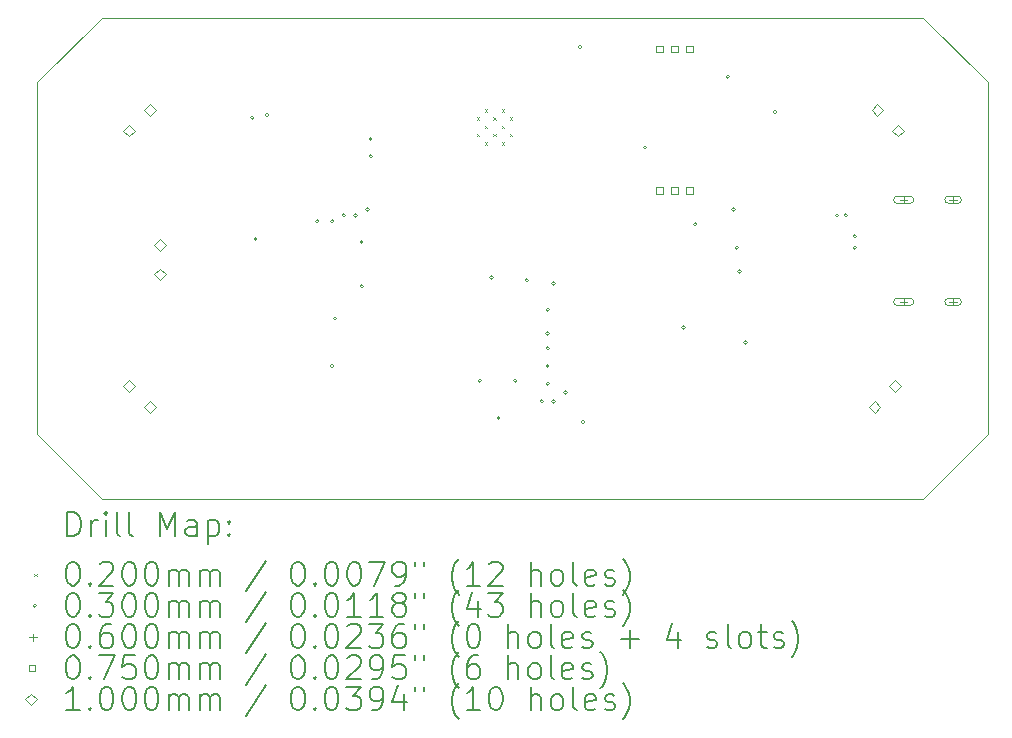
<source format=gbr>
%TF.GenerationSoftware,KiCad,Pcbnew,8.0.1*%
%TF.CreationDate,2024-07-15T00:54:38+06:00*%
%TF.ProjectId,saucey,73617563-6579-42e6-9b69-6361645f7063,1.0*%
%TF.SameCoordinates,Original*%
%TF.FileFunction,Drillmap*%
%TF.FilePolarity,Positive*%
%FSLAX45Y45*%
G04 Gerber Fmt 4.5, Leading zero omitted, Abs format (unit mm)*
G04 Created by KiCad (PCBNEW 8.0.1) date 2024-07-15 00:54:38*
%MOMM*%
%LPD*%
G01*
G04 APERTURE LIST*
%ADD10C,0.050000*%
%ADD11C,0.200000*%
%ADD12C,0.100000*%
G04 APERTURE END LIST*
D10*
X10250000Y-8625000D02*
X10250000Y-5650000D01*
X18300000Y-8625000D02*
X17750000Y-9175000D01*
X15200000Y-5100000D02*
X17750000Y-5100000D01*
X18300000Y-5650000D02*
X18300000Y-8625000D01*
X10800000Y-5100000D02*
X10250000Y-5650000D01*
X17750000Y-5100000D02*
X18300000Y-5650000D01*
X13350000Y-5100000D02*
X15200000Y-5100000D01*
X10800000Y-5100000D02*
X13350000Y-5100000D01*
X17750000Y-9175000D02*
X10800000Y-9175000D01*
X10250000Y-8625000D02*
X10800000Y-9175000D01*
D11*
D12*
X13975000Y-5946000D02*
X13995000Y-5966000D01*
X13995000Y-5946000D02*
X13975000Y-5966000D01*
X13975000Y-6086000D02*
X13995000Y-6106000D01*
X13995000Y-6086000D02*
X13975000Y-6106000D01*
X14045000Y-5876000D02*
X14065000Y-5896000D01*
X14065000Y-5876000D02*
X14045000Y-5896000D01*
X14045000Y-6016000D02*
X14065000Y-6036000D01*
X14065000Y-6016000D02*
X14045000Y-6036000D01*
X14045000Y-6156000D02*
X14065000Y-6176000D01*
X14065000Y-6156000D02*
X14045000Y-6176000D01*
X14115000Y-5946000D02*
X14135000Y-5966000D01*
X14135000Y-5946000D02*
X14115000Y-5966000D01*
X14115000Y-6086000D02*
X14135000Y-6106000D01*
X14135000Y-6086000D02*
X14115000Y-6106000D01*
X14185000Y-5876000D02*
X14205000Y-5896000D01*
X14205000Y-5876000D02*
X14185000Y-5896000D01*
X14185000Y-6016000D02*
X14205000Y-6036000D01*
X14205000Y-6016000D02*
X14185000Y-6036000D01*
X14185000Y-6156000D02*
X14205000Y-6176000D01*
X14205000Y-6156000D02*
X14185000Y-6176000D01*
X14255000Y-5946000D02*
X14275000Y-5966000D01*
X14275000Y-5946000D02*
X14255000Y-5966000D01*
X14255000Y-6086000D02*
X14275000Y-6106000D01*
X14275000Y-6086000D02*
X14255000Y-6106000D01*
X12090000Y-5950000D02*
G75*
G02*
X12060000Y-5950000I-15000J0D01*
G01*
X12060000Y-5950000D02*
G75*
G02*
X12090000Y-5950000I15000J0D01*
G01*
X12115000Y-6975000D02*
G75*
G02*
X12085000Y-6975000I-15000J0D01*
G01*
X12085000Y-6975000D02*
G75*
G02*
X12115000Y-6975000I15000J0D01*
G01*
X12215000Y-5925000D02*
G75*
G02*
X12185000Y-5925000I-15000J0D01*
G01*
X12185000Y-5925000D02*
G75*
G02*
X12215000Y-5925000I15000J0D01*
G01*
X12640000Y-6825000D02*
G75*
G02*
X12610000Y-6825000I-15000J0D01*
G01*
X12610000Y-6825000D02*
G75*
G02*
X12640000Y-6825000I15000J0D01*
G01*
X12765000Y-6825000D02*
G75*
G02*
X12735000Y-6825000I-15000J0D01*
G01*
X12735000Y-6825000D02*
G75*
G02*
X12765000Y-6825000I15000J0D01*
G01*
X12765000Y-8050000D02*
G75*
G02*
X12735000Y-8050000I-15000J0D01*
G01*
X12735000Y-8050000D02*
G75*
G02*
X12765000Y-8050000I15000J0D01*
G01*
X12790000Y-7650000D02*
G75*
G02*
X12760000Y-7650000I-15000J0D01*
G01*
X12760000Y-7650000D02*
G75*
G02*
X12790000Y-7650000I15000J0D01*
G01*
X12865000Y-6775000D02*
G75*
G02*
X12835000Y-6775000I-15000J0D01*
G01*
X12835000Y-6775000D02*
G75*
G02*
X12865000Y-6775000I15000J0D01*
G01*
X12964743Y-6775770D02*
G75*
G02*
X12934743Y-6775770I-15000J0D01*
G01*
X12934743Y-6775770D02*
G75*
G02*
X12964743Y-6775770I15000J0D01*
G01*
X13015000Y-7000000D02*
G75*
G02*
X12985000Y-7000000I-15000J0D01*
G01*
X12985000Y-7000000D02*
G75*
G02*
X13015000Y-7000000I15000J0D01*
G01*
X13015000Y-7375000D02*
G75*
G02*
X12985000Y-7375000I-15000J0D01*
G01*
X12985000Y-7375000D02*
G75*
G02*
X13015000Y-7375000I15000J0D01*
G01*
X13065000Y-6725000D02*
G75*
G02*
X13035000Y-6725000I-15000J0D01*
G01*
X13035000Y-6725000D02*
G75*
G02*
X13065000Y-6725000I15000J0D01*
G01*
X13090000Y-6127500D02*
G75*
G02*
X13060000Y-6127500I-15000J0D01*
G01*
X13060000Y-6127500D02*
G75*
G02*
X13090000Y-6127500I15000J0D01*
G01*
X13092500Y-6275000D02*
G75*
G02*
X13062500Y-6275000I-15000J0D01*
G01*
X13062500Y-6275000D02*
G75*
G02*
X13092500Y-6275000I15000J0D01*
G01*
X14015000Y-8175000D02*
G75*
G02*
X13985000Y-8175000I-15000J0D01*
G01*
X13985000Y-8175000D02*
G75*
G02*
X14015000Y-8175000I15000J0D01*
G01*
X14115000Y-7300000D02*
G75*
G02*
X14085000Y-7300000I-15000J0D01*
G01*
X14085000Y-7300000D02*
G75*
G02*
X14115000Y-7300000I15000J0D01*
G01*
X14173750Y-8491250D02*
G75*
G02*
X14143750Y-8491250I-15000J0D01*
G01*
X14143750Y-8491250D02*
G75*
G02*
X14173750Y-8491250I15000J0D01*
G01*
X14315000Y-8175000D02*
G75*
G02*
X14285000Y-8175000I-15000J0D01*
G01*
X14285000Y-8175000D02*
G75*
G02*
X14315000Y-8175000I15000J0D01*
G01*
X14415000Y-7325000D02*
G75*
G02*
X14385000Y-7325000I-15000J0D01*
G01*
X14385000Y-7325000D02*
G75*
G02*
X14415000Y-7325000I15000J0D01*
G01*
X14540000Y-8350000D02*
G75*
G02*
X14510000Y-8350000I-15000J0D01*
G01*
X14510000Y-8350000D02*
G75*
G02*
X14540000Y-8350000I15000J0D01*
G01*
X14590000Y-7575000D02*
G75*
G02*
X14560000Y-7575000I-15000J0D01*
G01*
X14560000Y-7575000D02*
G75*
G02*
X14590000Y-7575000I15000J0D01*
G01*
X14590000Y-7775000D02*
G75*
G02*
X14560000Y-7775000I-15000J0D01*
G01*
X14560000Y-7775000D02*
G75*
G02*
X14590000Y-7775000I15000J0D01*
G01*
X14590000Y-7900000D02*
G75*
G02*
X14560000Y-7900000I-15000J0D01*
G01*
X14560000Y-7900000D02*
G75*
G02*
X14590000Y-7900000I15000J0D01*
G01*
X14590000Y-8050000D02*
G75*
G02*
X14560000Y-8050000I-15000J0D01*
G01*
X14560000Y-8050000D02*
G75*
G02*
X14590000Y-8050000I15000J0D01*
G01*
X14590000Y-8200000D02*
G75*
G02*
X14560000Y-8200000I-15000J0D01*
G01*
X14560000Y-8200000D02*
G75*
G02*
X14590000Y-8200000I15000J0D01*
G01*
X14640000Y-7350000D02*
G75*
G02*
X14610000Y-7350000I-15000J0D01*
G01*
X14610000Y-7350000D02*
G75*
G02*
X14640000Y-7350000I15000J0D01*
G01*
X14640000Y-8350000D02*
G75*
G02*
X14610000Y-8350000I-15000J0D01*
G01*
X14610000Y-8350000D02*
G75*
G02*
X14640000Y-8350000I15000J0D01*
G01*
X14740000Y-8275000D02*
G75*
G02*
X14710000Y-8275000I-15000J0D01*
G01*
X14710000Y-8275000D02*
G75*
G02*
X14740000Y-8275000I15000J0D01*
G01*
X14865000Y-5350000D02*
G75*
G02*
X14835000Y-5350000I-15000J0D01*
G01*
X14835000Y-5350000D02*
G75*
G02*
X14865000Y-5350000I15000J0D01*
G01*
X14890000Y-8525000D02*
G75*
G02*
X14860000Y-8525000I-15000J0D01*
G01*
X14860000Y-8525000D02*
G75*
G02*
X14890000Y-8525000I15000J0D01*
G01*
X15415000Y-6200000D02*
G75*
G02*
X15385000Y-6200000I-15000J0D01*
G01*
X15385000Y-6200000D02*
G75*
G02*
X15415000Y-6200000I15000J0D01*
G01*
X15740000Y-7725000D02*
G75*
G02*
X15710000Y-7725000I-15000J0D01*
G01*
X15710000Y-7725000D02*
G75*
G02*
X15740000Y-7725000I15000J0D01*
G01*
X15840000Y-6850000D02*
G75*
G02*
X15810000Y-6850000I-15000J0D01*
G01*
X15810000Y-6850000D02*
G75*
G02*
X15840000Y-6850000I15000J0D01*
G01*
X16115000Y-5600000D02*
G75*
G02*
X16085000Y-5600000I-15000J0D01*
G01*
X16085000Y-5600000D02*
G75*
G02*
X16115000Y-5600000I15000J0D01*
G01*
X16165000Y-6725000D02*
G75*
G02*
X16135000Y-6725000I-15000J0D01*
G01*
X16135000Y-6725000D02*
G75*
G02*
X16165000Y-6725000I15000J0D01*
G01*
X16190000Y-7050000D02*
G75*
G02*
X16160000Y-7050000I-15000J0D01*
G01*
X16160000Y-7050000D02*
G75*
G02*
X16190000Y-7050000I15000J0D01*
G01*
X16215000Y-7250000D02*
G75*
G02*
X16185000Y-7250000I-15000J0D01*
G01*
X16185000Y-7250000D02*
G75*
G02*
X16215000Y-7250000I15000J0D01*
G01*
X16265000Y-7850000D02*
G75*
G02*
X16235000Y-7850000I-15000J0D01*
G01*
X16235000Y-7850000D02*
G75*
G02*
X16265000Y-7850000I15000J0D01*
G01*
X16515000Y-5900000D02*
G75*
G02*
X16485000Y-5900000I-15000J0D01*
G01*
X16485000Y-5900000D02*
G75*
G02*
X16515000Y-5900000I15000J0D01*
G01*
X17040000Y-6775000D02*
G75*
G02*
X17010000Y-6775000I-15000J0D01*
G01*
X17010000Y-6775000D02*
G75*
G02*
X17040000Y-6775000I15000J0D01*
G01*
X17115000Y-6775000D02*
G75*
G02*
X17085000Y-6775000I-15000J0D01*
G01*
X17085000Y-6775000D02*
G75*
G02*
X17115000Y-6775000I15000J0D01*
G01*
X17190000Y-6950000D02*
G75*
G02*
X17160000Y-6950000I-15000J0D01*
G01*
X17160000Y-6950000D02*
G75*
G02*
X17190000Y-6950000I15000J0D01*
G01*
X17190000Y-7050000D02*
G75*
G02*
X17160000Y-7050000I-15000J0D01*
G01*
X17160000Y-7050000D02*
G75*
G02*
X17190000Y-7050000I15000J0D01*
G01*
X17589500Y-6613000D02*
X17589500Y-6673000D01*
X17559500Y-6643000D02*
X17619500Y-6643000D01*
X17534500Y-6673000D02*
X17644500Y-6673000D01*
X17644500Y-6613000D02*
G75*
G02*
X17644500Y-6673000I0J-30000D01*
G01*
X17644500Y-6613000D02*
X17534500Y-6613000D01*
X17534500Y-6613000D02*
G75*
G03*
X17534500Y-6673000I0J-30000D01*
G01*
X17589500Y-7477000D02*
X17589500Y-7537000D01*
X17559500Y-7507000D02*
X17619500Y-7507000D01*
X17534500Y-7537000D02*
X17644500Y-7537000D01*
X17644500Y-7477000D02*
G75*
G02*
X17644500Y-7537000I0J-30000D01*
G01*
X17644500Y-7477000D02*
X17534500Y-7477000D01*
X17534500Y-7477000D02*
G75*
G03*
X17534500Y-7537000I0J-30000D01*
G01*
X18007500Y-6613000D02*
X18007500Y-6673000D01*
X17977500Y-6643000D02*
X18037500Y-6643000D01*
X17967500Y-6673000D02*
X18047500Y-6673000D01*
X18047500Y-6613000D02*
G75*
G02*
X18047500Y-6673000I0J-30000D01*
G01*
X18047500Y-6613000D02*
X17967500Y-6613000D01*
X17967500Y-6613000D02*
G75*
G03*
X17967500Y-6673000I0J-30000D01*
G01*
X18007500Y-7477000D02*
X18007500Y-7537000D01*
X17977500Y-7507000D02*
X18037500Y-7507000D01*
X17967500Y-7537000D02*
X18047500Y-7537000D01*
X18047500Y-7477000D02*
G75*
G02*
X18047500Y-7537000I0J-30000D01*
G01*
X18047500Y-7477000D02*
X17967500Y-7477000D01*
X17967500Y-7477000D02*
G75*
G03*
X17967500Y-7537000I0J-30000D01*
G01*
X15549517Y-5390517D02*
X15549517Y-5337483D01*
X15496483Y-5337483D01*
X15496483Y-5390517D01*
X15549517Y-5390517D01*
X15549517Y-6590517D02*
X15549517Y-6537483D01*
X15496483Y-6537483D01*
X15496483Y-6590517D01*
X15549517Y-6590517D01*
X15676517Y-5390517D02*
X15676517Y-5337483D01*
X15623483Y-5337483D01*
X15623483Y-5390517D01*
X15676517Y-5390517D01*
X15676517Y-6590517D02*
X15676517Y-6537483D01*
X15623483Y-6537483D01*
X15623483Y-6590517D01*
X15676517Y-6590517D01*
X15803517Y-5390517D02*
X15803517Y-5337483D01*
X15750483Y-5337483D01*
X15750483Y-5390517D01*
X15803517Y-5390517D01*
X15803517Y-6590517D02*
X15803517Y-6537483D01*
X15750483Y-6537483D01*
X15750483Y-6590517D01*
X15803517Y-6590517D01*
X11030564Y-6107340D02*
X11080564Y-6057340D01*
X11030564Y-6007340D01*
X10980564Y-6057340D01*
X11030564Y-6107340D01*
X11030564Y-8267660D02*
X11080564Y-8217660D01*
X11030564Y-8167660D01*
X10980564Y-8217660D01*
X11030564Y-8267660D01*
X11207340Y-5930563D02*
X11257340Y-5880563D01*
X11207340Y-5830563D01*
X11157340Y-5880563D01*
X11207340Y-5930563D01*
X11207340Y-8444437D02*
X11257340Y-8394437D01*
X11207340Y-8344436D01*
X11157340Y-8394437D01*
X11207340Y-8444437D01*
X11295000Y-7075000D02*
X11345000Y-7025000D01*
X11295000Y-6975000D01*
X11245000Y-7025000D01*
X11295000Y-7075000D01*
X11295000Y-7325000D02*
X11345000Y-7275000D01*
X11295000Y-7225000D01*
X11245000Y-7275000D01*
X11295000Y-7325000D01*
X17342660Y-8444437D02*
X17392660Y-8394437D01*
X17342660Y-8344436D01*
X17292660Y-8394437D01*
X17342660Y-8444437D01*
X17367660Y-5930563D02*
X17417660Y-5880563D01*
X17367660Y-5830563D01*
X17317660Y-5880563D01*
X17367660Y-5930563D01*
X17519437Y-8267660D02*
X17569437Y-8217660D01*
X17519437Y-8167660D01*
X17469437Y-8217660D01*
X17519437Y-8267660D01*
X17544437Y-6107340D02*
X17594437Y-6057340D01*
X17544437Y-6007340D01*
X17494437Y-6057340D01*
X17544437Y-6107340D01*
D11*
X10508277Y-9488984D02*
X10508277Y-9288984D01*
X10508277Y-9288984D02*
X10555896Y-9288984D01*
X10555896Y-9288984D02*
X10584467Y-9298508D01*
X10584467Y-9298508D02*
X10603515Y-9317555D01*
X10603515Y-9317555D02*
X10613039Y-9336603D01*
X10613039Y-9336603D02*
X10622563Y-9374698D01*
X10622563Y-9374698D02*
X10622563Y-9403270D01*
X10622563Y-9403270D02*
X10613039Y-9441365D01*
X10613039Y-9441365D02*
X10603515Y-9460412D01*
X10603515Y-9460412D02*
X10584467Y-9479460D01*
X10584467Y-9479460D02*
X10555896Y-9488984D01*
X10555896Y-9488984D02*
X10508277Y-9488984D01*
X10708277Y-9488984D02*
X10708277Y-9355650D01*
X10708277Y-9393746D02*
X10717801Y-9374698D01*
X10717801Y-9374698D02*
X10727324Y-9365174D01*
X10727324Y-9365174D02*
X10746372Y-9355650D01*
X10746372Y-9355650D02*
X10765420Y-9355650D01*
X10832086Y-9488984D02*
X10832086Y-9355650D01*
X10832086Y-9288984D02*
X10822563Y-9298508D01*
X10822563Y-9298508D02*
X10832086Y-9308031D01*
X10832086Y-9308031D02*
X10841610Y-9298508D01*
X10841610Y-9298508D02*
X10832086Y-9288984D01*
X10832086Y-9288984D02*
X10832086Y-9308031D01*
X10955896Y-9488984D02*
X10936848Y-9479460D01*
X10936848Y-9479460D02*
X10927324Y-9460412D01*
X10927324Y-9460412D02*
X10927324Y-9288984D01*
X11060658Y-9488984D02*
X11041610Y-9479460D01*
X11041610Y-9479460D02*
X11032086Y-9460412D01*
X11032086Y-9460412D02*
X11032086Y-9288984D01*
X11289229Y-9488984D02*
X11289229Y-9288984D01*
X11289229Y-9288984D02*
X11355896Y-9431841D01*
X11355896Y-9431841D02*
X11422562Y-9288984D01*
X11422562Y-9288984D02*
X11422562Y-9488984D01*
X11603515Y-9488984D02*
X11603515Y-9384222D01*
X11603515Y-9384222D02*
X11593991Y-9365174D01*
X11593991Y-9365174D02*
X11574943Y-9355650D01*
X11574943Y-9355650D02*
X11536848Y-9355650D01*
X11536848Y-9355650D02*
X11517801Y-9365174D01*
X11603515Y-9479460D02*
X11584467Y-9488984D01*
X11584467Y-9488984D02*
X11536848Y-9488984D01*
X11536848Y-9488984D02*
X11517801Y-9479460D01*
X11517801Y-9479460D02*
X11508277Y-9460412D01*
X11508277Y-9460412D02*
X11508277Y-9441365D01*
X11508277Y-9441365D02*
X11517801Y-9422317D01*
X11517801Y-9422317D02*
X11536848Y-9412793D01*
X11536848Y-9412793D02*
X11584467Y-9412793D01*
X11584467Y-9412793D02*
X11603515Y-9403270D01*
X11698753Y-9355650D02*
X11698753Y-9555650D01*
X11698753Y-9365174D02*
X11717801Y-9355650D01*
X11717801Y-9355650D02*
X11755896Y-9355650D01*
X11755896Y-9355650D02*
X11774943Y-9365174D01*
X11774943Y-9365174D02*
X11784467Y-9374698D01*
X11784467Y-9374698D02*
X11793991Y-9393746D01*
X11793991Y-9393746D02*
X11793991Y-9450889D01*
X11793991Y-9450889D02*
X11784467Y-9469936D01*
X11784467Y-9469936D02*
X11774943Y-9479460D01*
X11774943Y-9479460D02*
X11755896Y-9488984D01*
X11755896Y-9488984D02*
X11717801Y-9488984D01*
X11717801Y-9488984D02*
X11698753Y-9479460D01*
X11879705Y-9469936D02*
X11889229Y-9479460D01*
X11889229Y-9479460D02*
X11879705Y-9488984D01*
X11879705Y-9488984D02*
X11870182Y-9479460D01*
X11870182Y-9479460D02*
X11879705Y-9469936D01*
X11879705Y-9469936D02*
X11879705Y-9488984D01*
X11879705Y-9365174D02*
X11889229Y-9374698D01*
X11889229Y-9374698D02*
X11879705Y-9384222D01*
X11879705Y-9384222D02*
X11870182Y-9374698D01*
X11870182Y-9374698D02*
X11879705Y-9365174D01*
X11879705Y-9365174D02*
X11879705Y-9384222D01*
D12*
X10227500Y-9807500D02*
X10247500Y-9827500D01*
X10247500Y-9807500D02*
X10227500Y-9827500D01*
D11*
X10546372Y-9708984D02*
X10565420Y-9708984D01*
X10565420Y-9708984D02*
X10584467Y-9718508D01*
X10584467Y-9718508D02*
X10593991Y-9728031D01*
X10593991Y-9728031D02*
X10603515Y-9747079D01*
X10603515Y-9747079D02*
X10613039Y-9785174D01*
X10613039Y-9785174D02*
X10613039Y-9832793D01*
X10613039Y-9832793D02*
X10603515Y-9870889D01*
X10603515Y-9870889D02*
X10593991Y-9889936D01*
X10593991Y-9889936D02*
X10584467Y-9899460D01*
X10584467Y-9899460D02*
X10565420Y-9908984D01*
X10565420Y-9908984D02*
X10546372Y-9908984D01*
X10546372Y-9908984D02*
X10527324Y-9899460D01*
X10527324Y-9899460D02*
X10517801Y-9889936D01*
X10517801Y-9889936D02*
X10508277Y-9870889D01*
X10508277Y-9870889D02*
X10498753Y-9832793D01*
X10498753Y-9832793D02*
X10498753Y-9785174D01*
X10498753Y-9785174D02*
X10508277Y-9747079D01*
X10508277Y-9747079D02*
X10517801Y-9728031D01*
X10517801Y-9728031D02*
X10527324Y-9718508D01*
X10527324Y-9718508D02*
X10546372Y-9708984D01*
X10698753Y-9889936D02*
X10708277Y-9899460D01*
X10708277Y-9899460D02*
X10698753Y-9908984D01*
X10698753Y-9908984D02*
X10689229Y-9899460D01*
X10689229Y-9899460D02*
X10698753Y-9889936D01*
X10698753Y-9889936D02*
X10698753Y-9908984D01*
X10784467Y-9728031D02*
X10793991Y-9718508D01*
X10793991Y-9718508D02*
X10813039Y-9708984D01*
X10813039Y-9708984D02*
X10860658Y-9708984D01*
X10860658Y-9708984D02*
X10879705Y-9718508D01*
X10879705Y-9718508D02*
X10889229Y-9728031D01*
X10889229Y-9728031D02*
X10898753Y-9747079D01*
X10898753Y-9747079D02*
X10898753Y-9766127D01*
X10898753Y-9766127D02*
X10889229Y-9794698D01*
X10889229Y-9794698D02*
X10774944Y-9908984D01*
X10774944Y-9908984D02*
X10898753Y-9908984D01*
X11022563Y-9708984D02*
X11041610Y-9708984D01*
X11041610Y-9708984D02*
X11060658Y-9718508D01*
X11060658Y-9718508D02*
X11070182Y-9728031D01*
X11070182Y-9728031D02*
X11079705Y-9747079D01*
X11079705Y-9747079D02*
X11089229Y-9785174D01*
X11089229Y-9785174D02*
X11089229Y-9832793D01*
X11089229Y-9832793D02*
X11079705Y-9870889D01*
X11079705Y-9870889D02*
X11070182Y-9889936D01*
X11070182Y-9889936D02*
X11060658Y-9899460D01*
X11060658Y-9899460D02*
X11041610Y-9908984D01*
X11041610Y-9908984D02*
X11022563Y-9908984D01*
X11022563Y-9908984D02*
X11003515Y-9899460D01*
X11003515Y-9899460D02*
X10993991Y-9889936D01*
X10993991Y-9889936D02*
X10984467Y-9870889D01*
X10984467Y-9870889D02*
X10974944Y-9832793D01*
X10974944Y-9832793D02*
X10974944Y-9785174D01*
X10974944Y-9785174D02*
X10984467Y-9747079D01*
X10984467Y-9747079D02*
X10993991Y-9728031D01*
X10993991Y-9728031D02*
X11003515Y-9718508D01*
X11003515Y-9718508D02*
X11022563Y-9708984D01*
X11213039Y-9708984D02*
X11232086Y-9708984D01*
X11232086Y-9708984D02*
X11251134Y-9718508D01*
X11251134Y-9718508D02*
X11260658Y-9728031D01*
X11260658Y-9728031D02*
X11270182Y-9747079D01*
X11270182Y-9747079D02*
X11279705Y-9785174D01*
X11279705Y-9785174D02*
X11279705Y-9832793D01*
X11279705Y-9832793D02*
X11270182Y-9870889D01*
X11270182Y-9870889D02*
X11260658Y-9889936D01*
X11260658Y-9889936D02*
X11251134Y-9899460D01*
X11251134Y-9899460D02*
X11232086Y-9908984D01*
X11232086Y-9908984D02*
X11213039Y-9908984D01*
X11213039Y-9908984D02*
X11193991Y-9899460D01*
X11193991Y-9899460D02*
X11184467Y-9889936D01*
X11184467Y-9889936D02*
X11174944Y-9870889D01*
X11174944Y-9870889D02*
X11165420Y-9832793D01*
X11165420Y-9832793D02*
X11165420Y-9785174D01*
X11165420Y-9785174D02*
X11174944Y-9747079D01*
X11174944Y-9747079D02*
X11184467Y-9728031D01*
X11184467Y-9728031D02*
X11193991Y-9718508D01*
X11193991Y-9718508D02*
X11213039Y-9708984D01*
X11365420Y-9908984D02*
X11365420Y-9775650D01*
X11365420Y-9794698D02*
X11374943Y-9785174D01*
X11374943Y-9785174D02*
X11393991Y-9775650D01*
X11393991Y-9775650D02*
X11422563Y-9775650D01*
X11422563Y-9775650D02*
X11441610Y-9785174D01*
X11441610Y-9785174D02*
X11451134Y-9804222D01*
X11451134Y-9804222D02*
X11451134Y-9908984D01*
X11451134Y-9804222D02*
X11460658Y-9785174D01*
X11460658Y-9785174D02*
X11479705Y-9775650D01*
X11479705Y-9775650D02*
X11508277Y-9775650D01*
X11508277Y-9775650D02*
X11527324Y-9785174D01*
X11527324Y-9785174D02*
X11536848Y-9804222D01*
X11536848Y-9804222D02*
X11536848Y-9908984D01*
X11632086Y-9908984D02*
X11632086Y-9775650D01*
X11632086Y-9794698D02*
X11641610Y-9785174D01*
X11641610Y-9785174D02*
X11660658Y-9775650D01*
X11660658Y-9775650D02*
X11689229Y-9775650D01*
X11689229Y-9775650D02*
X11708277Y-9785174D01*
X11708277Y-9785174D02*
X11717801Y-9804222D01*
X11717801Y-9804222D02*
X11717801Y-9908984D01*
X11717801Y-9804222D02*
X11727324Y-9785174D01*
X11727324Y-9785174D02*
X11746372Y-9775650D01*
X11746372Y-9775650D02*
X11774943Y-9775650D01*
X11774943Y-9775650D02*
X11793991Y-9785174D01*
X11793991Y-9785174D02*
X11803515Y-9804222D01*
X11803515Y-9804222D02*
X11803515Y-9908984D01*
X12193991Y-9699460D02*
X12022563Y-9956603D01*
X12451134Y-9708984D02*
X12470182Y-9708984D01*
X12470182Y-9708984D02*
X12489229Y-9718508D01*
X12489229Y-9718508D02*
X12498753Y-9728031D01*
X12498753Y-9728031D02*
X12508277Y-9747079D01*
X12508277Y-9747079D02*
X12517801Y-9785174D01*
X12517801Y-9785174D02*
X12517801Y-9832793D01*
X12517801Y-9832793D02*
X12508277Y-9870889D01*
X12508277Y-9870889D02*
X12498753Y-9889936D01*
X12498753Y-9889936D02*
X12489229Y-9899460D01*
X12489229Y-9899460D02*
X12470182Y-9908984D01*
X12470182Y-9908984D02*
X12451134Y-9908984D01*
X12451134Y-9908984D02*
X12432086Y-9899460D01*
X12432086Y-9899460D02*
X12422563Y-9889936D01*
X12422563Y-9889936D02*
X12413039Y-9870889D01*
X12413039Y-9870889D02*
X12403515Y-9832793D01*
X12403515Y-9832793D02*
X12403515Y-9785174D01*
X12403515Y-9785174D02*
X12413039Y-9747079D01*
X12413039Y-9747079D02*
X12422563Y-9728031D01*
X12422563Y-9728031D02*
X12432086Y-9718508D01*
X12432086Y-9718508D02*
X12451134Y-9708984D01*
X12603515Y-9889936D02*
X12613039Y-9899460D01*
X12613039Y-9899460D02*
X12603515Y-9908984D01*
X12603515Y-9908984D02*
X12593991Y-9899460D01*
X12593991Y-9899460D02*
X12603515Y-9889936D01*
X12603515Y-9889936D02*
X12603515Y-9908984D01*
X12736848Y-9708984D02*
X12755896Y-9708984D01*
X12755896Y-9708984D02*
X12774944Y-9718508D01*
X12774944Y-9718508D02*
X12784467Y-9728031D01*
X12784467Y-9728031D02*
X12793991Y-9747079D01*
X12793991Y-9747079D02*
X12803515Y-9785174D01*
X12803515Y-9785174D02*
X12803515Y-9832793D01*
X12803515Y-9832793D02*
X12793991Y-9870889D01*
X12793991Y-9870889D02*
X12784467Y-9889936D01*
X12784467Y-9889936D02*
X12774944Y-9899460D01*
X12774944Y-9899460D02*
X12755896Y-9908984D01*
X12755896Y-9908984D02*
X12736848Y-9908984D01*
X12736848Y-9908984D02*
X12717801Y-9899460D01*
X12717801Y-9899460D02*
X12708277Y-9889936D01*
X12708277Y-9889936D02*
X12698753Y-9870889D01*
X12698753Y-9870889D02*
X12689229Y-9832793D01*
X12689229Y-9832793D02*
X12689229Y-9785174D01*
X12689229Y-9785174D02*
X12698753Y-9747079D01*
X12698753Y-9747079D02*
X12708277Y-9728031D01*
X12708277Y-9728031D02*
X12717801Y-9718508D01*
X12717801Y-9718508D02*
X12736848Y-9708984D01*
X12927325Y-9708984D02*
X12946372Y-9708984D01*
X12946372Y-9708984D02*
X12965420Y-9718508D01*
X12965420Y-9718508D02*
X12974944Y-9728031D01*
X12974944Y-9728031D02*
X12984467Y-9747079D01*
X12984467Y-9747079D02*
X12993991Y-9785174D01*
X12993991Y-9785174D02*
X12993991Y-9832793D01*
X12993991Y-9832793D02*
X12984467Y-9870889D01*
X12984467Y-9870889D02*
X12974944Y-9889936D01*
X12974944Y-9889936D02*
X12965420Y-9899460D01*
X12965420Y-9899460D02*
X12946372Y-9908984D01*
X12946372Y-9908984D02*
X12927325Y-9908984D01*
X12927325Y-9908984D02*
X12908277Y-9899460D01*
X12908277Y-9899460D02*
X12898753Y-9889936D01*
X12898753Y-9889936D02*
X12889229Y-9870889D01*
X12889229Y-9870889D02*
X12879706Y-9832793D01*
X12879706Y-9832793D02*
X12879706Y-9785174D01*
X12879706Y-9785174D02*
X12889229Y-9747079D01*
X12889229Y-9747079D02*
X12898753Y-9728031D01*
X12898753Y-9728031D02*
X12908277Y-9718508D01*
X12908277Y-9718508D02*
X12927325Y-9708984D01*
X13060658Y-9708984D02*
X13193991Y-9708984D01*
X13193991Y-9708984D02*
X13108277Y-9908984D01*
X13279706Y-9908984D02*
X13317801Y-9908984D01*
X13317801Y-9908984D02*
X13336848Y-9899460D01*
X13336848Y-9899460D02*
X13346372Y-9889936D01*
X13346372Y-9889936D02*
X13365420Y-9861365D01*
X13365420Y-9861365D02*
X13374944Y-9823270D01*
X13374944Y-9823270D02*
X13374944Y-9747079D01*
X13374944Y-9747079D02*
X13365420Y-9728031D01*
X13365420Y-9728031D02*
X13355896Y-9718508D01*
X13355896Y-9718508D02*
X13336848Y-9708984D01*
X13336848Y-9708984D02*
X13298753Y-9708984D01*
X13298753Y-9708984D02*
X13279706Y-9718508D01*
X13279706Y-9718508D02*
X13270182Y-9728031D01*
X13270182Y-9728031D02*
X13260658Y-9747079D01*
X13260658Y-9747079D02*
X13260658Y-9794698D01*
X13260658Y-9794698D02*
X13270182Y-9813746D01*
X13270182Y-9813746D02*
X13279706Y-9823270D01*
X13279706Y-9823270D02*
X13298753Y-9832793D01*
X13298753Y-9832793D02*
X13336848Y-9832793D01*
X13336848Y-9832793D02*
X13355896Y-9823270D01*
X13355896Y-9823270D02*
X13365420Y-9813746D01*
X13365420Y-9813746D02*
X13374944Y-9794698D01*
X13451134Y-9708984D02*
X13451134Y-9747079D01*
X13527325Y-9708984D02*
X13527325Y-9747079D01*
X13822563Y-9985174D02*
X13813039Y-9975650D01*
X13813039Y-9975650D02*
X13793991Y-9947079D01*
X13793991Y-9947079D02*
X13784468Y-9928031D01*
X13784468Y-9928031D02*
X13774944Y-9899460D01*
X13774944Y-9899460D02*
X13765420Y-9851841D01*
X13765420Y-9851841D02*
X13765420Y-9813746D01*
X13765420Y-9813746D02*
X13774944Y-9766127D01*
X13774944Y-9766127D02*
X13784468Y-9737555D01*
X13784468Y-9737555D02*
X13793991Y-9718508D01*
X13793991Y-9718508D02*
X13813039Y-9689936D01*
X13813039Y-9689936D02*
X13822563Y-9680412D01*
X14003515Y-9908984D02*
X13889229Y-9908984D01*
X13946372Y-9908984D02*
X13946372Y-9708984D01*
X13946372Y-9708984D02*
X13927325Y-9737555D01*
X13927325Y-9737555D02*
X13908277Y-9756603D01*
X13908277Y-9756603D02*
X13889229Y-9766127D01*
X14079706Y-9728031D02*
X14089229Y-9718508D01*
X14089229Y-9718508D02*
X14108277Y-9708984D01*
X14108277Y-9708984D02*
X14155896Y-9708984D01*
X14155896Y-9708984D02*
X14174944Y-9718508D01*
X14174944Y-9718508D02*
X14184468Y-9728031D01*
X14184468Y-9728031D02*
X14193991Y-9747079D01*
X14193991Y-9747079D02*
X14193991Y-9766127D01*
X14193991Y-9766127D02*
X14184468Y-9794698D01*
X14184468Y-9794698D02*
X14070182Y-9908984D01*
X14070182Y-9908984D02*
X14193991Y-9908984D01*
X14432087Y-9908984D02*
X14432087Y-9708984D01*
X14517801Y-9908984D02*
X14517801Y-9804222D01*
X14517801Y-9804222D02*
X14508277Y-9785174D01*
X14508277Y-9785174D02*
X14489230Y-9775650D01*
X14489230Y-9775650D02*
X14460658Y-9775650D01*
X14460658Y-9775650D02*
X14441610Y-9785174D01*
X14441610Y-9785174D02*
X14432087Y-9794698D01*
X14641610Y-9908984D02*
X14622563Y-9899460D01*
X14622563Y-9899460D02*
X14613039Y-9889936D01*
X14613039Y-9889936D02*
X14603515Y-9870889D01*
X14603515Y-9870889D02*
X14603515Y-9813746D01*
X14603515Y-9813746D02*
X14613039Y-9794698D01*
X14613039Y-9794698D02*
X14622563Y-9785174D01*
X14622563Y-9785174D02*
X14641610Y-9775650D01*
X14641610Y-9775650D02*
X14670182Y-9775650D01*
X14670182Y-9775650D02*
X14689230Y-9785174D01*
X14689230Y-9785174D02*
X14698753Y-9794698D01*
X14698753Y-9794698D02*
X14708277Y-9813746D01*
X14708277Y-9813746D02*
X14708277Y-9870889D01*
X14708277Y-9870889D02*
X14698753Y-9889936D01*
X14698753Y-9889936D02*
X14689230Y-9899460D01*
X14689230Y-9899460D02*
X14670182Y-9908984D01*
X14670182Y-9908984D02*
X14641610Y-9908984D01*
X14822563Y-9908984D02*
X14803515Y-9899460D01*
X14803515Y-9899460D02*
X14793991Y-9880412D01*
X14793991Y-9880412D02*
X14793991Y-9708984D01*
X14974944Y-9899460D02*
X14955896Y-9908984D01*
X14955896Y-9908984D02*
X14917801Y-9908984D01*
X14917801Y-9908984D02*
X14898753Y-9899460D01*
X14898753Y-9899460D02*
X14889230Y-9880412D01*
X14889230Y-9880412D02*
X14889230Y-9804222D01*
X14889230Y-9804222D02*
X14898753Y-9785174D01*
X14898753Y-9785174D02*
X14917801Y-9775650D01*
X14917801Y-9775650D02*
X14955896Y-9775650D01*
X14955896Y-9775650D02*
X14974944Y-9785174D01*
X14974944Y-9785174D02*
X14984468Y-9804222D01*
X14984468Y-9804222D02*
X14984468Y-9823270D01*
X14984468Y-9823270D02*
X14889230Y-9842317D01*
X15060658Y-9899460D02*
X15079706Y-9908984D01*
X15079706Y-9908984D02*
X15117801Y-9908984D01*
X15117801Y-9908984D02*
X15136849Y-9899460D01*
X15136849Y-9899460D02*
X15146372Y-9880412D01*
X15146372Y-9880412D02*
X15146372Y-9870889D01*
X15146372Y-9870889D02*
X15136849Y-9851841D01*
X15136849Y-9851841D02*
X15117801Y-9842317D01*
X15117801Y-9842317D02*
X15089230Y-9842317D01*
X15089230Y-9842317D02*
X15070182Y-9832793D01*
X15070182Y-9832793D02*
X15060658Y-9813746D01*
X15060658Y-9813746D02*
X15060658Y-9804222D01*
X15060658Y-9804222D02*
X15070182Y-9785174D01*
X15070182Y-9785174D02*
X15089230Y-9775650D01*
X15089230Y-9775650D02*
X15117801Y-9775650D01*
X15117801Y-9775650D02*
X15136849Y-9785174D01*
X15213039Y-9985174D02*
X15222563Y-9975650D01*
X15222563Y-9975650D02*
X15241611Y-9947079D01*
X15241611Y-9947079D02*
X15251134Y-9928031D01*
X15251134Y-9928031D02*
X15260658Y-9899460D01*
X15260658Y-9899460D02*
X15270182Y-9851841D01*
X15270182Y-9851841D02*
X15270182Y-9813746D01*
X15270182Y-9813746D02*
X15260658Y-9766127D01*
X15260658Y-9766127D02*
X15251134Y-9737555D01*
X15251134Y-9737555D02*
X15241611Y-9718508D01*
X15241611Y-9718508D02*
X15222563Y-9689936D01*
X15222563Y-9689936D02*
X15213039Y-9680412D01*
D12*
X10247500Y-10081500D02*
G75*
G02*
X10217500Y-10081500I-15000J0D01*
G01*
X10217500Y-10081500D02*
G75*
G02*
X10247500Y-10081500I15000J0D01*
G01*
D11*
X10546372Y-9972984D02*
X10565420Y-9972984D01*
X10565420Y-9972984D02*
X10584467Y-9982508D01*
X10584467Y-9982508D02*
X10593991Y-9992031D01*
X10593991Y-9992031D02*
X10603515Y-10011079D01*
X10603515Y-10011079D02*
X10613039Y-10049174D01*
X10613039Y-10049174D02*
X10613039Y-10096793D01*
X10613039Y-10096793D02*
X10603515Y-10134889D01*
X10603515Y-10134889D02*
X10593991Y-10153936D01*
X10593991Y-10153936D02*
X10584467Y-10163460D01*
X10584467Y-10163460D02*
X10565420Y-10172984D01*
X10565420Y-10172984D02*
X10546372Y-10172984D01*
X10546372Y-10172984D02*
X10527324Y-10163460D01*
X10527324Y-10163460D02*
X10517801Y-10153936D01*
X10517801Y-10153936D02*
X10508277Y-10134889D01*
X10508277Y-10134889D02*
X10498753Y-10096793D01*
X10498753Y-10096793D02*
X10498753Y-10049174D01*
X10498753Y-10049174D02*
X10508277Y-10011079D01*
X10508277Y-10011079D02*
X10517801Y-9992031D01*
X10517801Y-9992031D02*
X10527324Y-9982508D01*
X10527324Y-9982508D02*
X10546372Y-9972984D01*
X10698753Y-10153936D02*
X10708277Y-10163460D01*
X10708277Y-10163460D02*
X10698753Y-10172984D01*
X10698753Y-10172984D02*
X10689229Y-10163460D01*
X10689229Y-10163460D02*
X10698753Y-10153936D01*
X10698753Y-10153936D02*
X10698753Y-10172984D01*
X10774944Y-9972984D02*
X10898753Y-9972984D01*
X10898753Y-9972984D02*
X10832086Y-10049174D01*
X10832086Y-10049174D02*
X10860658Y-10049174D01*
X10860658Y-10049174D02*
X10879705Y-10058698D01*
X10879705Y-10058698D02*
X10889229Y-10068222D01*
X10889229Y-10068222D02*
X10898753Y-10087270D01*
X10898753Y-10087270D02*
X10898753Y-10134889D01*
X10898753Y-10134889D02*
X10889229Y-10153936D01*
X10889229Y-10153936D02*
X10879705Y-10163460D01*
X10879705Y-10163460D02*
X10860658Y-10172984D01*
X10860658Y-10172984D02*
X10803515Y-10172984D01*
X10803515Y-10172984D02*
X10784467Y-10163460D01*
X10784467Y-10163460D02*
X10774944Y-10153936D01*
X11022563Y-9972984D02*
X11041610Y-9972984D01*
X11041610Y-9972984D02*
X11060658Y-9982508D01*
X11060658Y-9982508D02*
X11070182Y-9992031D01*
X11070182Y-9992031D02*
X11079705Y-10011079D01*
X11079705Y-10011079D02*
X11089229Y-10049174D01*
X11089229Y-10049174D02*
X11089229Y-10096793D01*
X11089229Y-10096793D02*
X11079705Y-10134889D01*
X11079705Y-10134889D02*
X11070182Y-10153936D01*
X11070182Y-10153936D02*
X11060658Y-10163460D01*
X11060658Y-10163460D02*
X11041610Y-10172984D01*
X11041610Y-10172984D02*
X11022563Y-10172984D01*
X11022563Y-10172984D02*
X11003515Y-10163460D01*
X11003515Y-10163460D02*
X10993991Y-10153936D01*
X10993991Y-10153936D02*
X10984467Y-10134889D01*
X10984467Y-10134889D02*
X10974944Y-10096793D01*
X10974944Y-10096793D02*
X10974944Y-10049174D01*
X10974944Y-10049174D02*
X10984467Y-10011079D01*
X10984467Y-10011079D02*
X10993991Y-9992031D01*
X10993991Y-9992031D02*
X11003515Y-9982508D01*
X11003515Y-9982508D02*
X11022563Y-9972984D01*
X11213039Y-9972984D02*
X11232086Y-9972984D01*
X11232086Y-9972984D02*
X11251134Y-9982508D01*
X11251134Y-9982508D02*
X11260658Y-9992031D01*
X11260658Y-9992031D02*
X11270182Y-10011079D01*
X11270182Y-10011079D02*
X11279705Y-10049174D01*
X11279705Y-10049174D02*
X11279705Y-10096793D01*
X11279705Y-10096793D02*
X11270182Y-10134889D01*
X11270182Y-10134889D02*
X11260658Y-10153936D01*
X11260658Y-10153936D02*
X11251134Y-10163460D01*
X11251134Y-10163460D02*
X11232086Y-10172984D01*
X11232086Y-10172984D02*
X11213039Y-10172984D01*
X11213039Y-10172984D02*
X11193991Y-10163460D01*
X11193991Y-10163460D02*
X11184467Y-10153936D01*
X11184467Y-10153936D02*
X11174944Y-10134889D01*
X11174944Y-10134889D02*
X11165420Y-10096793D01*
X11165420Y-10096793D02*
X11165420Y-10049174D01*
X11165420Y-10049174D02*
X11174944Y-10011079D01*
X11174944Y-10011079D02*
X11184467Y-9992031D01*
X11184467Y-9992031D02*
X11193991Y-9982508D01*
X11193991Y-9982508D02*
X11213039Y-9972984D01*
X11365420Y-10172984D02*
X11365420Y-10039650D01*
X11365420Y-10058698D02*
X11374943Y-10049174D01*
X11374943Y-10049174D02*
X11393991Y-10039650D01*
X11393991Y-10039650D02*
X11422563Y-10039650D01*
X11422563Y-10039650D02*
X11441610Y-10049174D01*
X11441610Y-10049174D02*
X11451134Y-10068222D01*
X11451134Y-10068222D02*
X11451134Y-10172984D01*
X11451134Y-10068222D02*
X11460658Y-10049174D01*
X11460658Y-10049174D02*
X11479705Y-10039650D01*
X11479705Y-10039650D02*
X11508277Y-10039650D01*
X11508277Y-10039650D02*
X11527324Y-10049174D01*
X11527324Y-10049174D02*
X11536848Y-10068222D01*
X11536848Y-10068222D02*
X11536848Y-10172984D01*
X11632086Y-10172984D02*
X11632086Y-10039650D01*
X11632086Y-10058698D02*
X11641610Y-10049174D01*
X11641610Y-10049174D02*
X11660658Y-10039650D01*
X11660658Y-10039650D02*
X11689229Y-10039650D01*
X11689229Y-10039650D02*
X11708277Y-10049174D01*
X11708277Y-10049174D02*
X11717801Y-10068222D01*
X11717801Y-10068222D02*
X11717801Y-10172984D01*
X11717801Y-10068222D02*
X11727324Y-10049174D01*
X11727324Y-10049174D02*
X11746372Y-10039650D01*
X11746372Y-10039650D02*
X11774943Y-10039650D01*
X11774943Y-10039650D02*
X11793991Y-10049174D01*
X11793991Y-10049174D02*
X11803515Y-10068222D01*
X11803515Y-10068222D02*
X11803515Y-10172984D01*
X12193991Y-9963460D02*
X12022563Y-10220603D01*
X12451134Y-9972984D02*
X12470182Y-9972984D01*
X12470182Y-9972984D02*
X12489229Y-9982508D01*
X12489229Y-9982508D02*
X12498753Y-9992031D01*
X12498753Y-9992031D02*
X12508277Y-10011079D01*
X12508277Y-10011079D02*
X12517801Y-10049174D01*
X12517801Y-10049174D02*
X12517801Y-10096793D01*
X12517801Y-10096793D02*
X12508277Y-10134889D01*
X12508277Y-10134889D02*
X12498753Y-10153936D01*
X12498753Y-10153936D02*
X12489229Y-10163460D01*
X12489229Y-10163460D02*
X12470182Y-10172984D01*
X12470182Y-10172984D02*
X12451134Y-10172984D01*
X12451134Y-10172984D02*
X12432086Y-10163460D01*
X12432086Y-10163460D02*
X12422563Y-10153936D01*
X12422563Y-10153936D02*
X12413039Y-10134889D01*
X12413039Y-10134889D02*
X12403515Y-10096793D01*
X12403515Y-10096793D02*
X12403515Y-10049174D01*
X12403515Y-10049174D02*
X12413039Y-10011079D01*
X12413039Y-10011079D02*
X12422563Y-9992031D01*
X12422563Y-9992031D02*
X12432086Y-9982508D01*
X12432086Y-9982508D02*
X12451134Y-9972984D01*
X12603515Y-10153936D02*
X12613039Y-10163460D01*
X12613039Y-10163460D02*
X12603515Y-10172984D01*
X12603515Y-10172984D02*
X12593991Y-10163460D01*
X12593991Y-10163460D02*
X12603515Y-10153936D01*
X12603515Y-10153936D02*
X12603515Y-10172984D01*
X12736848Y-9972984D02*
X12755896Y-9972984D01*
X12755896Y-9972984D02*
X12774944Y-9982508D01*
X12774944Y-9982508D02*
X12784467Y-9992031D01*
X12784467Y-9992031D02*
X12793991Y-10011079D01*
X12793991Y-10011079D02*
X12803515Y-10049174D01*
X12803515Y-10049174D02*
X12803515Y-10096793D01*
X12803515Y-10096793D02*
X12793991Y-10134889D01*
X12793991Y-10134889D02*
X12784467Y-10153936D01*
X12784467Y-10153936D02*
X12774944Y-10163460D01*
X12774944Y-10163460D02*
X12755896Y-10172984D01*
X12755896Y-10172984D02*
X12736848Y-10172984D01*
X12736848Y-10172984D02*
X12717801Y-10163460D01*
X12717801Y-10163460D02*
X12708277Y-10153936D01*
X12708277Y-10153936D02*
X12698753Y-10134889D01*
X12698753Y-10134889D02*
X12689229Y-10096793D01*
X12689229Y-10096793D02*
X12689229Y-10049174D01*
X12689229Y-10049174D02*
X12698753Y-10011079D01*
X12698753Y-10011079D02*
X12708277Y-9992031D01*
X12708277Y-9992031D02*
X12717801Y-9982508D01*
X12717801Y-9982508D02*
X12736848Y-9972984D01*
X12993991Y-10172984D02*
X12879706Y-10172984D01*
X12936848Y-10172984D02*
X12936848Y-9972984D01*
X12936848Y-9972984D02*
X12917801Y-10001555D01*
X12917801Y-10001555D02*
X12898753Y-10020603D01*
X12898753Y-10020603D02*
X12879706Y-10030127D01*
X13184467Y-10172984D02*
X13070182Y-10172984D01*
X13127325Y-10172984D02*
X13127325Y-9972984D01*
X13127325Y-9972984D02*
X13108277Y-10001555D01*
X13108277Y-10001555D02*
X13089229Y-10020603D01*
X13089229Y-10020603D02*
X13070182Y-10030127D01*
X13298753Y-10058698D02*
X13279706Y-10049174D01*
X13279706Y-10049174D02*
X13270182Y-10039650D01*
X13270182Y-10039650D02*
X13260658Y-10020603D01*
X13260658Y-10020603D02*
X13260658Y-10011079D01*
X13260658Y-10011079D02*
X13270182Y-9992031D01*
X13270182Y-9992031D02*
X13279706Y-9982508D01*
X13279706Y-9982508D02*
X13298753Y-9972984D01*
X13298753Y-9972984D02*
X13336848Y-9972984D01*
X13336848Y-9972984D02*
X13355896Y-9982508D01*
X13355896Y-9982508D02*
X13365420Y-9992031D01*
X13365420Y-9992031D02*
X13374944Y-10011079D01*
X13374944Y-10011079D02*
X13374944Y-10020603D01*
X13374944Y-10020603D02*
X13365420Y-10039650D01*
X13365420Y-10039650D02*
X13355896Y-10049174D01*
X13355896Y-10049174D02*
X13336848Y-10058698D01*
X13336848Y-10058698D02*
X13298753Y-10058698D01*
X13298753Y-10058698D02*
X13279706Y-10068222D01*
X13279706Y-10068222D02*
X13270182Y-10077746D01*
X13270182Y-10077746D02*
X13260658Y-10096793D01*
X13260658Y-10096793D02*
X13260658Y-10134889D01*
X13260658Y-10134889D02*
X13270182Y-10153936D01*
X13270182Y-10153936D02*
X13279706Y-10163460D01*
X13279706Y-10163460D02*
X13298753Y-10172984D01*
X13298753Y-10172984D02*
X13336848Y-10172984D01*
X13336848Y-10172984D02*
X13355896Y-10163460D01*
X13355896Y-10163460D02*
X13365420Y-10153936D01*
X13365420Y-10153936D02*
X13374944Y-10134889D01*
X13374944Y-10134889D02*
X13374944Y-10096793D01*
X13374944Y-10096793D02*
X13365420Y-10077746D01*
X13365420Y-10077746D02*
X13355896Y-10068222D01*
X13355896Y-10068222D02*
X13336848Y-10058698D01*
X13451134Y-9972984D02*
X13451134Y-10011079D01*
X13527325Y-9972984D02*
X13527325Y-10011079D01*
X13822563Y-10249174D02*
X13813039Y-10239650D01*
X13813039Y-10239650D02*
X13793991Y-10211079D01*
X13793991Y-10211079D02*
X13784468Y-10192031D01*
X13784468Y-10192031D02*
X13774944Y-10163460D01*
X13774944Y-10163460D02*
X13765420Y-10115841D01*
X13765420Y-10115841D02*
X13765420Y-10077746D01*
X13765420Y-10077746D02*
X13774944Y-10030127D01*
X13774944Y-10030127D02*
X13784468Y-10001555D01*
X13784468Y-10001555D02*
X13793991Y-9982508D01*
X13793991Y-9982508D02*
X13813039Y-9953936D01*
X13813039Y-9953936D02*
X13822563Y-9944412D01*
X13984468Y-10039650D02*
X13984468Y-10172984D01*
X13936848Y-9963460D02*
X13889229Y-10106317D01*
X13889229Y-10106317D02*
X14013039Y-10106317D01*
X14070182Y-9972984D02*
X14193991Y-9972984D01*
X14193991Y-9972984D02*
X14127325Y-10049174D01*
X14127325Y-10049174D02*
X14155896Y-10049174D01*
X14155896Y-10049174D02*
X14174944Y-10058698D01*
X14174944Y-10058698D02*
X14184468Y-10068222D01*
X14184468Y-10068222D02*
X14193991Y-10087270D01*
X14193991Y-10087270D02*
X14193991Y-10134889D01*
X14193991Y-10134889D02*
X14184468Y-10153936D01*
X14184468Y-10153936D02*
X14174944Y-10163460D01*
X14174944Y-10163460D02*
X14155896Y-10172984D01*
X14155896Y-10172984D02*
X14098753Y-10172984D01*
X14098753Y-10172984D02*
X14079706Y-10163460D01*
X14079706Y-10163460D02*
X14070182Y-10153936D01*
X14432087Y-10172984D02*
X14432087Y-9972984D01*
X14517801Y-10172984D02*
X14517801Y-10068222D01*
X14517801Y-10068222D02*
X14508277Y-10049174D01*
X14508277Y-10049174D02*
X14489230Y-10039650D01*
X14489230Y-10039650D02*
X14460658Y-10039650D01*
X14460658Y-10039650D02*
X14441610Y-10049174D01*
X14441610Y-10049174D02*
X14432087Y-10058698D01*
X14641610Y-10172984D02*
X14622563Y-10163460D01*
X14622563Y-10163460D02*
X14613039Y-10153936D01*
X14613039Y-10153936D02*
X14603515Y-10134889D01*
X14603515Y-10134889D02*
X14603515Y-10077746D01*
X14603515Y-10077746D02*
X14613039Y-10058698D01*
X14613039Y-10058698D02*
X14622563Y-10049174D01*
X14622563Y-10049174D02*
X14641610Y-10039650D01*
X14641610Y-10039650D02*
X14670182Y-10039650D01*
X14670182Y-10039650D02*
X14689230Y-10049174D01*
X14689230Y-10049174D02*
X14698753Y-10058698D01*
X14698753Y-10058698D02*
X14708277Y-10077746D01*
X14708277Y-10077746D02*
X14708277Y-10134889D01*
X14708277Y-10134889D02*
X14698753Y-10153936D01*
X14698753Y-10153936D02*
X14689230Y-10163460D01*
X14689230Y-10163460D02*
X14670182Y-10172984D01*
X14670182Y-10172984D02*
X14641610Y-10172984D01*
X14822563Y-10172984D02*
X14803515Y-10163460D01*
X14803515Y-10163460D02*
X14793991Y-10144412D01*
X14793991Y-10144412D02*
X14793991Y-9972984D01*
X14974944Y-10163460D02*
X14955896Y-10172984D01*
X14955896Y-10172984D02*
X14917801Y-10172984D01*
X14917801Y-10172984D02*
X14898753Y-10163460D01*
X14898753Y-10163460D02*
X14889230Y-10144412D01*
X14889230Y-10144412D02*
X14889230Y-10068222D01*
X14889230Y-10068222D02*
X14898753Y-10049174D01*
X14898753Y-10049174D02*
X14917801Y-10039650D01*
X14917801Y-10039650D02*
X14955896Y-10039650D01*
X14955896Y-10039650D02*
X14974944Y-10049174D01*
X14974944Y-10049174D02*
X14984468Y-10068222D01*
X14984468Y-10068222D02*
X14984468Y-10087270D01*
X14984468Y-10087270D02*
X14889230Y-10106317D01*
X15060658Y-10163460D02*
X15079706Y-10172984D01*
X15079706Y-10172984D02*
X15117801Y-10172984D01*
X15117801Y-10172984D02*
X15136849Y-10163460D01*
X15136849Y-10163460D02*
X15146372Y-10144412D01*
X15146372Y-10144412D02*
X15146372Y-10134889D01*
X15146372Y-10134889D02*
X15136849Y-10115841D01*
X15136849Y-10115841D02*
X15117801Y-10106317D01*
X15117801Y-10106317D02*
X15089230Y-10106317D01*
X15089230Y-10106317D02*
X15070182Y-10096793D01*
X15070182Y-10096793D02*
X15060658Y-10077746D01*
X15060658Y-10077746D02*
X15060658Y-10068222D01*
X15060658Y-10068222D02*
X15070182Y-10049174D01*
X15070182Y-10049174D02*
X15089230Y-10039650D01*
X15089230Y-10039650D02*
X15117801Y-10039650D01*
X15117801Y-10039650D02*
X15136849Y-10049174D01*
X15213039Y-10249174D02*
X15222563Y-10239650D01*
X15222563Y-10239650D02*
X15241611Y-10211079D01*
X15241611Y-10211079D02*
X15251134Y-10192031D01*
X15251134Y-10192031D02*
X15260658Y-10163460D01*
X15260658Y-10163460D02*
X15270182Y-10115841D01*
X15270182Y-10115841D02*
X15270182Y-10077746D01*
X15270182Y-10077746D02*
X15260658Y-10030127D01*
X15260658Y-10030127D02*
X15251134Y-10001555D01*
X15251134Y-10001555D02*
X15241611Y-9982508D01*
X15241611Y-9982508D02*
X15222563Y-9953936D01*
X15222563Y-9953936D02*
X15213039Y-9944412D01*
D12*
X10217500Y-10315500D02*
X10217500Y-10375500D01*
X10187500Y-10345500D02*
X10247500Y-10345500D01*
D11*
X10546372Y-10236984D02*
X10565420Y-10236984D01*
X10565420Y-10236984D02*
X10584467Y-10246508D01*
X10584467Y-10246508D02*
X10593991Y-10256031D01*
X10593991Y-10256031D02*
X10603515Y-10275079D01*
X10603515Y-10275079D02*
X10613039Y-10313174D01*
X10613039Y-10313174D02*
X10613039Y-10360793D01*
X10613039Y-10360793D02*
X10603515Y-10398889D01*
X10603515Y-10398889D02*
X10593991Y-10417936D01*
X10593991Y-10417936D02*
X10584467Y-10427460D01*
X10584467Y-10427460D02*
X10565420Y-10436984D01*
X10565420Y-10436984D02*
X10546372Y-10436984D01*
X10546372Y-10436984D02*
X10527324Y-10427460D01*
X10527324Y-10427460D02*
X10517801Y-10417936D01*
X10517801Y-10417936D02*
X10508277Y-10398889D01*
X10508277Y-10398889D02*
X10498753Y-10360793D01*
X10498753Y-10360793D02*
X10498753Y-10313174D01*
X10498753Y-10313174D02*
X10508277Y-10275079D01*
X10508277Y-10275079D02*
X10517801Y-10256031D01*
X10517801Y-10256031D02*
X10527324Y-10246508D01*
X10527324Y-10246508D02*
X10546372Y-10236984D01*
X10698753Y-10417936D02*
X10708277Y-10427460D01*
X10708277Y-10427460D02*
X10698753Y-10436984D01*
X10698753Y-10436984D02*
X10689229Y-10427460D01*
X10689229Y-10427460D02*
X10698753Y-10417936D01*
X10698753Y-10417936D02*
X10698753Y-10436984D01*
X10879705Y-10236984D02*
X10841610Y-10236984D01*
X10841610Y-10236984D02*
X10822563Y-10246508D01*
X10822563Y-10246508D02*
X10813039Y-10256031D01*
X10813039Y-10256031D02*
X10793991Y-10284603D01*
X10793991Y-10284603D02*
X10784467Y-10322698D01*
X10784467Y-10322698D02*
X10784467Y-10398889D01*
X10784467Y-10398889D02*
X10793991Y-10417936D01*
X10793991Y-10417936D02*
X10803515Y-10427460D01*
X10803515Y-10427460D02*
X10822563Y-10436984D01*
X10822563Y-10436984D02*
X10860658Y-10436984D01*
X10860658Y-10436984D02*
X10879705Y-10427460D01*
X10879705Y-10427460D02*
X10889229Y-10417936D01*
X10889229Y-10417936D02*
X10898753Y-10398889D01*
X10898753Y-10398889D02*
X10898753Y-10351270D01*
X10898753Y-10351270D02*
X10889229Y-10332222D01*
X10889229Y-10332222D02*
X10879705Y-10322698D01*
X10879705Y-10322698D02*
X10860658Y-10313174D01*
X10860658Y-10313174D02*
X10822563Y-10313174D01*
X10822563Y-10313174D02*
X10803515Y-10322698D01*
X10803515Y-10322698D02*
X10793991Y-10332222D01*
X10793991Y-10332222D02*
X10784467Y-10351270D01*
X11022563Y-10236984D02*
X11041610Y-10236984D01*
X11041610Y-10236984D02*
X11060658Y-10246508D01*
X11060658Y-10246508D02*
X11070182Y-10256031D01*
X11070182Y-10256031D02*
X11079705Y-10275079D01*
X11079705Y-10275079D02*
X11089229Y-10313174D01*
X11089229Y-10313174D02*
X11089229Y-10360793D01*
X11089229Y-10360793D02*
X11079705Y-10398889D01*
X11079705Y-10398889D02*
X11070182Y-10417936D01*
X11070182Y-10417936D02*
X11060658Y-10427460D01*
X11060658Y-10427460D02*
X11041610Y-10436984D01*
X11041610Y-10436984D02*
X11022563Y-10436984D01*
X11022563Y-10436984D02*
X11003515Y-10427460D01*
X11003515Y-10427460D02*
X10993991Y-10417936D01*
X10993991Y-10417936D02*
X10984467Y-10398889D01*
X10984467Y-10398889D02*
X10974944Y-10360793D01*
X10974944Y-10360793D02*
X10974944Y-10313174D01*
X10974944Y-10313174D02*
X10984467Y-10275079D01*
X10984467Y-10275079D02*
X10993991Y-10256031D01*
X10993991Y-10256031D02*
X11003515Y-10246508D01*
X11003515Y-10246508D02*
X11022563Y-10236984D01*
X11213039Y-10236984D02*
X11232086Y-10236984D01*
X11232086Y-10236984D02*
X11251134Y-10246508D01*
X11251134Y-10246508D02*
X11260658Y-10256031D01*
X11260658Y-10256031D02*
X11270182Y-10275079D01*
X11270182Y-10275079D02*
X11279705Y-10313174D01*
X11279705Y-10313174D02*
X11279705Y-10360793D01*
X11279705Y-10360793D02*
X11270182Y-10398889D01*
X11270182Y-10398889D02*
X11260658Y-10417936D01*
X11260658Y-10417936D02*
X11251134Y-10427460D01*
X11251134Y-10427460D02*
X11232086Y-10436984D01*
X11232086Y-10436984D02*
X11213039Y-10436984D01*
X11213039Y-10436984D02*
X11193991Y-10427460D01*
X11193991Y-10427460D02*
X11184467Y-10417936D01*
X11184467Y-10417936D02*
X11174944Y-10398889D01*
X11174944Y-10398889D02*
X11165420Y-10360793D01*
X11165420Y-10360793D02*
X11165420Y-10313174D01*
X11165420Y-10313174D02*
X11174944Y-10275079D01*
X11174944Y-10275079D02*
X11184467Y-10256031D01*
X11184467Y-10256031D02*
X11193991Y-10246508D01*
X11193991Y-10246508D02*
X11213039Y-10236984D01*
X11365420Y-10436984D02*
X11365420Y-10303650D01*
X11365420Y-10322698D02*
X11374943Y-10313174D01*
X11374943Y-10313174D02*
X11393991Y-10303650D01*
X11393991Y-10303650D02*
X11422563Y-10303650D01*
X11422563Y-10303650D02*
X11441610Y-10313174D01*
X11441610Y-10313174D02*
X11451134Y-10332222D01*
X11451134Y-10332222D02*
X11451134Y-10436984D01*
X11451134Y-10332222D02*
X11460658Y-10313174D01*
X11460658Y-10313174D02*
X11479705Y-10303650D01*
X11479705Y-10303650D02*
X11508277Y-10303650D01*
X11508277Y-10303650D02*
X11527324Y-10313174D01*
X11527324Y-10313174D02*
X11536848Y-10332222D01*
X11536848Y-10332222D02*
X11536848Y-10436984D01*
X11632086Y-10436984D02*
X11632086Y-10303650D01*
X11632086Y-10322698D02*
X11641610Y-10313174D01*
X11641610Y-10313174D02*
X11660658Y-10303650D01*
X11660658Y-10303650D02*
X11689229Y-10303650D01*
X11689229Y-10303650D02*
X11708277Y-10313174D01*
X11708277Y-10313174D02*
X11717801Y-10332222D01*
X11717801Y-10332222D02*
X11717801Y-10436984D01*
X11717801Y-10332222D02*
X11727324Y-10313174D01*
X11727324Y-10313174D02*
X11746372Y-10303650D01*
X11746372Y-10303650D02*
X11774943Y-10303650D01*
X11774943Y-10303650D02*
X11793991Y-10313174D01*
X11793991Y-10313174D02*
X11803515Y-10332222D01*
X11803515Y-10332222D02*
X11803515Y-10436984D01*
X12193991Y-10227460D02*
X12022563Y-10484603D01*
X12451134Y-10236984D02*
X12470182Y-10236984D01*
X12470182Y-10236984D02*
X12489229Y-10246508D01*
X12489229Y-10246508D02*
X12498753Y-10256031D01*
X12498753Y-10256031D02*
X12508277Y-10275079D01*
X12508277Y-10275079D02*
X12517801Y-10313174D01*
X12517801Y-10313174D02*
X12517801Y-10360793D01*
X12517801Y-10360793D02*
X12508277Y-10398889D01*
X12508277Y-10398889D02*
X12498753Y-10417936D01*
X12498753Y-10417936D02*
X12489229Y-10427460D01*
X12489229Y-10427460D02*
X12470182Y-10436984D01*
X12470182Y-10436984D02*
X12451134Y-10436984D01*
X12451134Y-10436984D02*
X12432086Y-10427460D01*
X12432086Y-10427460D02*
X12422563Y-10417936D01*
X12422563Y-10417936D02*
X12413039Y-10398889D01*
X12413039Y-10398889D02*
X12403515Y-10360793D01*
X12403515Y-10360793D02*
X12403515Y-10313174D01*
X12403515Y-10313174D02*
X12413039Y-10275079D01*
X12413039Y-10275079D02*
X12422563Y-10256031D01*
X12422563Y-10256031D02*
X12432086Y-10246508D01*
X12432086Y-10246508D02*
X12451134Y-10236984D01*
X12603515Y-10417936D02*
X12613039Y-10427460D01*
X12613039Y-10427460D02*
X12603515Y-10436984D01*
X12603515Y-10436984D02*
X12593991Y-10427460D01*
X12593991Y-10427460D02*
X12603515Y-10417936D01*
X12603515Y-10417936D02*
X12603515Y-10436984D01*
X12736848Y-10236984D02*
X12755896Y-10236984D01*
X12755896Y-10236984D02*
X12774944Y-10246508D01*
X12774944Y-10246508D02*
X12784467Y-10256031D01*
X12784467Y-10256031D02*
X12793991Y-10275079D01*
X12793991Y-10275079D02*
X12803515Y-10313174D01*
X12803515Y-10313174D02*
X12803515Y-10360793D01*
X12803515Y-10360793D02*
X12793991Y-10398889D01*
X12793991Y-10398889D02*
X12784467Y-10417936D01*
X12784467Y-10417936D02*
X12774944Y-10427460D01*
X12774944Y-10427460D02*
X12755896Y-10436984D01*
X12755896Y-10436984D02*
X12736848Y-10436984D01*
X12736848Y-10436984D02*
X12717801Y-10427460D01*
X12717801Y-10427460D02*
X12708277Y-10417936D01*
X12708277Y-10417936D02*
X12698753Y-10398889D01*
X12698753Y-10398889D02*
X12689229Y-10360793D01*
X12689229Y-10360793D02*
X12689229Y-10313174D01*
X12689229Y-10313174D02*
X12698753Y-10275079D01*
X12698753Y-10275079D02*
X12708277Y-10256031D01*
X12708277Y-10256031D02*
X12717801Y-10246508D01*
X12717801Y-10246508D02*
X12736848Y-10236984D01*
X12879706Y-10256031D02*
X12889229Y-10246508D01*
X12889229Y-10246508D02*
X12908277Y-10236984D01*
X12908277Y-10236984D02*
X12955896Y-10236984D01*
X12955896Y-10236984D02*
X12974944Y-10246508D01*
X12974944Y-10246508D02*
X12984467Y-10256031D01*
X12984467Y-10256031D02*
X12993991Y-10275079D01*
X12993991Y-10275079D02*
X12993991Y-10294127D01*
X12993991Y-10294127D02*
X12984467Y-10322698D01*
X12984467Y-10322698D02*
X12870182Y-10436984D01*
X12870182Y-10436984D02*
X12993991Y-10436984D01*
X13060658Y-10236984D02*
X13184467Y-10236984D01*
X13184467Y-10236984D02*
X13117801Y-10313174D01*
X13117801Y-10313174D02*
X13146372Y-10313174D01*
X13146372Y-10313174D02*
X13165420Y-10322698D01*
X13165420Y-10322698D02*
X13174944Y-10332222D01*
X13174944Y-10332222D02*
X13184467Y-10351270D01*
X13184467Y-10351270D02*
X13184467Y-10398889D01*
X13184467Y-10398889D02*
X13174944Y-10417936D01*
X13174944Y-10417936D02*
X13165420Y-10427460D01*
X13165420Y-10427460D02*
X13146372Y-10436984D01*
X13146372Y-10436984D02*
X13089229Y-10436984D01*
X13089229Y-10436984D02*
X13070182Y-10427460D01*
X13070182Y-10427460D02*
X13060658Y-10417936D01*
X13355896Y-10236984D02*
X13317801Y-10236984D01*
X13317801Y-10236984D02*
X13298753Y-10246508D01*
X13298753Y-10246508D02*
X13289229Y-10256031D01*
X13289229Y-10256031D02*
X13270182Y-10284603D01*
X13270182Y-10284603D02*
X13260658Y-10322698D01*
X13260658Y-10322698D02*
X13260658Y-10398889D01*
X13260658Y-10398889D02*
X13270182Y-10417936D01*
X13270182Y-10417936D02*
X13279706Y-10427460D01*
X13279706Y-10427460D02*
X13298753Y-10436984D01*
X13298753Y-10436984D02*
X13336848Y-10436984D01*
X13336848Y-10436984D02*
X13355896Y-10427460D01*
X13355896Y-10427460D02*
X13365420Y-10417936D01*
X13365420Y-10417936D02*
X13374944Y-10398889D01*
X13374944Y-10398889D02*
X13374944Y-10351270D01*
X13374944Y-10351270D02*
X13365420Y-10332222D01*
X13365420Y-10332222D02*
X13355896Y-10322698D01*
X13355896Y-10322698D02*
X13336848Y-10313174D01*
X13336848Y-10313174D02*
X13298753Y-10313174D01*
X13298753Y-10313174D02*
X13279706Y-10322698D01*
X13279706Y-10322698D02*
X13270182Y-10332222D01*
X13270182Y-10332222D02*
X13260658Y-10351270D01*
X13451134Y-10236984D02*
X13451134Y-10275079D01*
X13527325Y-10236984D02*
X13527325Y-10275079D01*
X13822563Y-10513174D02*
X13813039Y-10503650D01*
X13813039Y-10503650D02*
X13793991Y-10475079D01*
X13793991Y-10475079D02*
X13784468Y-10456031D01*
X13784468Y-10456031D02*
X13774944Y-10427460D01*
X13774944Y-10427460D02*
X13765420Y-10379841D01*
X13765420Y-10379841D02*
X13765420Y-10341746D01*
X13765420Y-10341746D02*
X13774944Y-10294127D01*
X13774944Y-10294127D02*
X13784468Y-10265555D01*
X13784468Y-10265555D02*
X13793991Y-10246508D01*
X13793991Y-10246508D02*
X13813039Y-10217936D01*
X13813039Y-10217936D02*
X13822563Y-10208412D01*
X13936848Y-10236984D02*
X13955896Y-10236984D01*
X13955896Y-10236984D02*
X13974944Y-10246508D01*
X13974944Y-10246508D02*
X13984468Y-10256031D01*
X13984468Y-10256031D02*
X13993991Y-10275079D01*
X13993991Y-10275079D02*
X14003515Y-10313174D01*
X14003515Y-10313174D02*
X14003515Y-10360793D01*
X14003515Y-10360793D02*
X13993991Y-10398889D01*
X13993991Y-10398889D02*
X13984468Y-10417936D01*
X13984468Y-10417936D02*
X13974944Y-10427460D01*
X13974944Y-10427460D02*
X13955896Y-10436984D01*
X13955896Y-10436984D02*
X13936848Y-10436984D01*
X13936848Y-10436984D02*
X13917801Y-10427460D01*
X13917801Y-10427460D02*
X13908277Y-10417936D01*
X13908277Y-10417936D02*
X13898753Y-10398889D01*
X13898753Y-10398889D02*
X13889229Y-10360793D01*
X13889229Y-10360793D02*
X13889229Y-10313174D01*
X13889229Y-10313174D02*
X13898753Y-10275079D01*
X13898753Y-10275079D02*
X13908277Y-10256031D01*
X13908277Y-10256031D02*
X13917801Y-10246508D01*
X13917801Y-10246508D02*
X13936848Y-10236984D01*
X14241610Y-10436984D02*
X14241610Y-10236984D01*
X14327325Y-10436984D02*
X14327325Y-10332222D01*
X14327325Y-10332222D02*
X14317801Y-10313174D01*
X14317801Y-10313174D02*
X14298753Y-10303650D01*
X14298753Y-10303650D02*
X14270182Y-10303650D01*
X14270182Y-10303650D02*
X14251134Y-10313174D01*
X14251134Y-10313174D02*
X14241610Y-10322698D01*
X14451134Y-10436984D02*
X14432087Y-10427460D01*
X14432087Y-10427460D02*
X14422563Y-10417936D01*
X14422563Y-10417936D02*
X14413039Y-10398889D01*
X14413039Y-10398889D02*
X14413039Y-10341746D01*
X14413039Y-10341746D02*
X14422563Y-10322698D01*
X14422563Y-10322698D02*
X14432087Y-10313174D01*
X14432087Y-10313174D02*
X14451134Y-10303650D01*
X14451134Y-10303650D02*
X14479706Y-10303650D01*
X14479706Y-10303650D02*
X14498753Y-10313174D01*
X14498753Y-10313174D02*
X14508277Y-10322698D01*
X14508277Y-10322698D02*
X14517801Y-10341746D01*
X14517801Y-10341746D02*
X14517801Y-10398889D01*
X14517801Y-10398889D02*
X14508277Y-10417936D01*
X14508277Y-10417936D02*
X14498753Y-10427460D01*
X14498753Y-10427460D02*
X14479706Y-10436984D01*
X14479706Y-10436984D02*
X14451134Y-10436984D01*
X14632087Y-10436984D02*
X14613039Y-10427460D01*
X14613039Y-10427460D02*
X14603515Y-10408412D01*
X14603515Y-10408412D02*
X14603515Y-10236984D01*
X14784468Y-10427460D02*
X14765420Y-10436984D01*
X14765420Y-10436984D02*
X14727325Y-10436984D01*
X14727325Y-10436984D02*
X14708277Y-10427460D01*
X14708277Y-10427460D02*
X14698753Y-10408412D01*
X14698753Y-10408412D02*
X14698753Y-10332222D01*
X14698753Y-10332222D02*
X14708277Y-10313174D01*
X14708277Y-10313174D02*
X14727325Y-10303650D01*
X14727325Y-10303650D02*
X14765420Y-10303650D01*
X14765420Y-10303650D02*
X14784468Y-10313174D01*
X14784468Y-10313174D02*
X14793991Y-10332222D01*
X14793991Y-10332222D02*
X14793991Y-10351270D01*
X14793991Y-10351270D02*
X14698753Y-10370317D01*
X14870182Y-10427460D02*
X14889230Y-10436984D01*
X14889230Y-10436984D02*
X14927325Y-10436984D01*
X14927325Y-10436984D02*
X14946372Y-10427460D01*
X14946372Y-10427460D02*
X14955896Y-10408412D01*
X14955896Y-10408412D02*
X14955896Y-10398889D01*
X14955896Y-10398889D02*
X14946372Y-10379841D01*
X14946372Y-10379841D02*
X14927325Y-10370317D01*
X14927325Y-10370317D02*
X14898753Y-10370317D01*
X14898753Y-10370317D02*
X14879706Y-10360793D01*
X14879706Y-10360793D02*
X14870182Y-10341746D01*
X14870182Y-10341746D02*
X14870182Y-10332222D01*
X14870182Y-10332222D02*
X14879706Y-10313174D01*
X14879706Y-10313174D02*
X14898753Y-10303650D01*
X14898753Y-10303650D02*
X14927325Y-10303650D01*
X14927325Y-10303650D02*
X14946372Y-10313174D01*
X15193992Y-10360793D02*
X15346373Y-10360793D01*
X15270182Y-10436984D02*
X15270182Y-10284603D01*
X15679706Y-10303650D02*
X15679706Y-10436984D01*
X15632087Y-10227460D02*
X15584468Y-10370317D01*
X15584468Y-10370317D02*
X15708277Y-10370317D01*
X15927325Y-10427460D02*
X15946373Y-10436984D01*
X15946373Y-10436984D02*
X15984468Y-10436984D01*
X15984468Y-10436984D02*
X16003515Y-10427460D01*
X16003515Y-10427460D02*
X16013039Y-10408412D01*
X16013039Y-10408412D02*
X16013039Y-10398889D01*
X16013039Y-10398889D02*
X16003515Y-10379841D01*
X16003515Y-10379841D02*
X15984468Y-10370317D01*
X15984468Y-10370317D02*
X15955896Y-10370317D01*
X15955896Y-10370317D02*
X15936849Y-10360793D01*
X15936849Y-10360793D02*
X15927325Y-10341746D01*
X15927325Y-10341746D02*
X15927325Y-10332222D01*
X15927325Y-10332222D02*
X15936849Y-10313174D01*
X15936849Y-10313174D02*
X15955896Y-10303650D01*
X15955896Y-10303650D02*
X15984468Y-10303650D01*
X15984468Y-10303650D02*
X16003515Y-10313174D01*
X16127325Y-10436984D02*
X16108277Y-10427460D01*
X16108277Y-10427460D02*
X16098754Y-10408412D01*
X16098754Y-10408412D02*
X16098754Y-10236984D01*
X16232087Y-10436984D02*
X16213039Y-10427460D01*
X16213039Y-10427460D02*
X16203515Y-10417936D01*
X16203515Y-10417936D02*
X16193992Y-10398889D01*
X16193992Y-10398889D02*
X16193992Y-10341746D01*
X16193992Y-10341746D02*
X16203515Y-10322698D01*
X16203515Y-10322698D02*
X16213039Y-10313174D01*
X16213039Y-10313174D02*
X16232087Y-10303650D01*
X16232087Y-10303650D02*
X16260658Y-10303650D01*
X16260658Y-10303650D02*
X16279706Y-10313174D01*
X16279706Y-10313174D02*
X16289230Y-10322698D01*
X16289230Y-10322698D02*
X16298754Y-10341746D01*
X16298754Y-10341746D02*
X16298754Y-10398889D01*
X16298754Y-10398889D02*
X16289230Y-10417936D01*
X16289230Y-10417936D02*
X16279706Y-10427460D01*
X16279706Y-10427460D02*
X16260658Y-10436984D01*
X16260658Y-10436984D02*
X16232087Y-10436984D01*
X16355896Y-10303650D02*
X16432087Y-10303650D01*
X16384468Y-10236984D02*
X16384468Y-10408412D01*
X16384468Y-10408412D02*
X16393992Y-10427460D01*
X16393992Y-10427460D02*
X16413039Y-10436984D01*
X16413039Y-10436984D02*
X16432087Y-10436984D01*
X16489230Y-10427460D02*
X16508277Y-10436984D01*
X16508277Y-10436984D02*
X16546373Y-10436984D01*
X16546373Y-10436984D02*
X16565420Y-10427460D01*
X16565420Y-10427460D02*
X16574944Y-10408412D01*
X16574944Y-10408412D02*
X16574944Y-10398889D01*
X16574944Y-10398889D02*
X16565420Y-10379841D01*
X16565420Y-10379841D02*
X16546373Y-10370317D01*
X16546373Y-10370317D02*
X16517801Y-10370317D01*
X16517801Y-10370317D02*
X16498754Y-10360793D01*
X16498754Y-10360793D02*
X16489230Y-10341746D01*
X16489230Y-10341746D02*
X16489230Y-10332222D01*
X16489230Y-10332222D02*
X16498754Y-10313174D01*
X16498754Y-10313174D02*
X16517801Y-10303650D01*
X16517801Y-10303650D02*
X16546373Y-10303650D01*
X16546373Y-10303650D02*
X16565420Y-10313174D01*
X16641611Y-10513174D02*
X16651135Y-10503650D01*
X16651135Y-10503650D02*
X16670182Y-10475079D01*
X16670182Y-10475079D02*
X16679706Y-10456031D01*
X16679706Y-10456031D02*
X16689230Y-10427460D01*
X16689230Y-10427460D02*
X16698754Y-10379841D01*
X16698754Y-10379841D02*
X16698754Y-10341746D01*
X16698754Y-10341746D02*
X16689230Y-10294127D01*
X16689230Y-10294127D02*
X16679706Y-10265555D01*
X16679706Y-10265555D02*
X16670182Y-10246508D01*
X16670182Y-10246508D02*
X16651135Y-10217936D01*
X16651135Y-10217936D02*
X16641611Y-10208412D01*
D12*
X10236517Y-10636017D02*
X10236517Y-10582983D01*
X10183483Y-10582983D01*
X10183483Y-10636017D01*
X10236517Y-10636017D01*
D11*
X10546372Y-10500984D02*
X10565420Y-10500984D01*
X10565420Y-10500984D02*
X10584467Y-10510508D01*
X10584467Y-10510508D02*
X10593991Y-10520031D01*
X10593991Y-10520031D02*
X10603515Y-10539079D01*
X10603515Y-10539079D02*
X10613039Y-10577174D01*
X10613039Y-10577174D02*
X10613039Y-10624793D01*
X10613039Y-10624793D02*
X10603515Y-10662889D01*
X10603515Y-10662889D02*
X10593991Y-10681936D01*
X10593991Y-10681936D02*
X10584467Y-10691460D01*
X10584467Y-10691460D02*
X10565420Y-10700984D01*
X10565420Y-10700984D02*
X10546372Y-10700984D01*
X10546372Y-10700984D02*
X10527324Y-10691460D01*
X10527324Y-10691460D02*
X10517801Y-10681936D01*
X10517801Y-10681936D02*
X10508277Y-10662889D01*
X10508277Y-10662889D02*
X10498753Y-10624793D01*
X10498753Y-10624793D02*
X10498753Y-10577174D01*
X10498753Y-10577174D02*
X10508277Y-10539079D01*
X10508277Y-10539079D02*
X10517801Y-10520031D01*
X10517801Y-10520031D02*
X10527324Y-10510508D01*
X10527324Y-10510508D02*
X10546372Y-10500984D01*
X10698753Y-10681936D02*
X10708277Y-10691460D01*
X10708277Y-10691460D02*
X10698753Y-10700984D01*
X10698753Y-10700984D02*
X10689229Y-10691460D01*
X10689229Y-10691460D02*
X10698753Y-10681936D01*
X10698753Y-10681936D02*
X10698753Y-10700984D01*
X10774944Y-10500984D02*
X10908277Y-10500984D01*
X10908277Y-10500984D02*
X10822563Y-10700984D01*
X11079705Y-10500984D02*
X10984467Y-10500984D01*
X10984467Y-10500984D02*
X10974944Y-10596222D01*
X10974944Y-10596222D02*
X10984467Y-10586698D01*
X10984467Y-10586698D02*
X11003515Y-10577174D01*
X11003515Y-10577174D02*
X11051134Y-10577174D01*
X11051134Y-10577174D02*
X11070182Y-10586698D01*
X11070182Y-10586698D02*
X11079705Y-10596222D01*
X11079705Y-10596222D02*
X11089229Y-10615270D01*
X11089229Y-10615270D02*
X11089229Y-10662889D01*
X11089229Y-10662889D02*
X11079705Y-10681936D01*
X11079705Y-10681936D02*
X11070182Y-10691460D01*
X11070182Y-10691460D02*
X11051134Y-10700984D01*
X11051134Y-10700984D02*
X11003515Y-10700984D01*
X11003515Y-10700984D02*
X10984467Y-10691460D01*
X10984467Y-10691460D02*
X10974944Y-10681936D01*
X11213039Y-10500984D02*
X11232086Y-10500984D01*
X11232086Y-10500984D02*
X11251134Y-10510508D01*
X11251134Y-10510508D02*
X11260658Y-10520031D01*
X11260658Y-10520031D02*
X11270182Y-10539079D01*
X11270182Y-10539079D02*
X11279705Y-10577174D01*
X11279705Y-10577174D02*
X11279705Y-10624793D01*
X11279705Y-10624793D02*
X11270182Y-10662889D01*
X11270182Y-10662889D02*
X11260658Y-10681936D01*
X11260658Y-10681936D02*
X11251134Y-10691460D01*
X11251134Y-10691460D02*
X11232086Y-10700984D01*
X11232086Y-10700984D02*
X11213039Y-10700984D01*
X11213039Y-10700984D02*
X11193991Y-10691460D01*
X11193991Y-10691460D02*
X11184467Y-10681936D01*
X11184467Y-10681936D02*
X11174944Y-10662889D01*
X11174944Y-10662889D02*
X11165420Y-10624793D01*
X11165420Y-10624793D02*
X11165420Y-10577174D01*
X11165420Y-10577174D02*
X11174944Y-10539079D01*
X11174944Y-10539079D02*
X11184467Y-10520031D01*
X11184467Y-10520031D02*
X11193991Y-10510508D01*
X11193991Y-10510508D02*
X11213039Y-10500984D01*
X11365420Y-10700984D02*
X11365420Y-10567650D01*
X11365420Y-10586698D02*
X11374943Y-10577174D01*
X11374943Y-10577174D02*
X11393991Y-10567650D01*
X11393991Y-10567650D02*
X11422563Y-10567650D01*
X11422563Y-10567650D02*
X11441610Y-10577174D01*
X11441610Y-10577174D02*
X11451134Y-10596222D01*
X11451134Y-10596222D02*
X11451134Y-10700984D01*
X11451134Y-10596222D02*
X11460658Y-10577174D01*
X11460658Y-10577174D02*
X11479705Y-10567650D01*
X11479705Y-10567650D02*
X11508277Y-10567650D01*
X11508277Y-10567650D02*
X11527324Y-10577174D01*
X11527324Y-10577174D02*
X11536848Y-10596222D01*
X11536848Y-10596222D02*
X11536848Y-10700984D01*
X11632086Y-10700984D02*
X11632086Y-10567650D01*
X11632086Y-10586698D02*
X11641610Y-10577174D01*
X11641610Y-10577174D02*
X11660658Y-10567650D01*
X11660658Y-10567650D02*
X11689229Y-10567650D01*
X11689229Y-10567650D02*
X11708277Y-10577174D01*
X11708277Y-10577174D02*
X11717801Y-10596222D01*
X11717801Y-10596222D02*
X11717801Y-10700984D01*
X11717801Y-10596222D02*
X11727324Y-10577174D01*
X11727324Y-10577174D02*
X11746372Y-10567650D01*
X11746372Y-10567650D02*
X11774943Y-10567650D01*
X11774943Y-10567650D02*
X11793991Y-10577174D01*
X11793991Y-10577174D02*
X11803515Y-10596222D01*
X11803515Y-10596222D02*
X11803515Y-10700984D01*
X12193991Y-10491460D02*
X12022563Y-10748603D01*
X12451134Y-10500984D02*
X12470182Y-10500984D01*
X12470182Y-10500984D02*
X12489229Y-10510508D01*
X12489229Y-10510508D02*
X12498753Y-10520031D01*
X12498753Y-10520031D02*
X12508277Y-10539079D01*
X12508277Y-10539079D02*
X12517801Y-10577174D01*
X12517801Y-10577174D02*
X12517801Y-10624793D01*
X12517801Y-10624793D02*
X12508277Y-10662889D01*
X12508277Y-10662889D02*
X12498753Y-10681936D01*
X12498753Y-10681936D02*
X12489229Y-10691460D01*
X12489229Y-10691460D02*
X12470182Y-10700984D01*
X12470182Y-10700984D02*
X12451134Y-10700984D01*
X12451134Y-10700984D02*
X12432086Y-10691460D01*
X12432086Y-10691460D02*
X12422563Y-10681936D01*
X12422563Y-10681936D02*
X12413039Y-10662889D01*
X12413039Y-10662889D02*
X12403515Y-10624793D01*
X12403515Y-10624793D02*
X12403515Y-10577174D01*
X12403515Y-10577174D02*
X12413039Y-10539079D01*
X12413039Y-10539079D02*
X12422563Y-10520031D01*
X12422563Y-10520031D02*
X12432086Y-10510508D01*
X12432086Y-10510508D02*
X12451134Y-10500984D01*
X12603515Y-10681936D02*
X12613039Y-10691460D01*
X12613039Y-10691460D02*
X12603515Y-10700984D01*
X12603515Y-10700984D02*
X12593991Y-10691460D01*
X12593991Y-10691460D02*
X12603515Y-10681936D01*
X12603515Y-10681936D02*
X12603515Y-10700984D01*
X12736848Y-10500984D02*
X12755896Y-10500984D01*
X12755896Y-10500984D02*
X12774944Y-10510508D01*
X12774944Y-10510508D02*
X12784467Y-10520031D01*
X12784467Y-10520031D02*
X12793991Y-10539079D01*
X12793991Y-10539079D02*
X12803515Y-10577174D01*
X12803515Y-10577174D02*
X12803515Y-10624793D01*
X12803515Y-10624793D02*
X12793991Y-10662889D01*
X12793991Y-10662889D02*
X12784467Y-10681936D01*
X12784467Y-10681936D02*
X12774944Y-10691460D01*
X12774944Y-10691460D02*
X12755896Y-10700984D01*
X12755896Y-10700984D02*
X12736848Y-10700984D01*
X12736848Y-10700984D02*
X12717801Y-10691460D01*
X12717801Y-10691460D02*
X12708277Y-10681936D01*
X12708277Y-10681936D02*
X12698753Y-10662889D01*
X12698753Y-10662889D02*
X12689229Y-10624793D01*
X12689229Y-10624793D02*
X12689229Y-10577174D01*
X12689229Y-10577174D02*
X12698753Y-10539079D01*
X12698753Y-10539079D02*
X12708277Y-10520031D01*
X12708277Y-10520031D02*
X12717801Y-10510508D01*
X12717801Y-10510508D02*
X12736848Y-10500984D01*
X12879706Y-10520031D02*
X12889229Y-10510508D01*
X12889229Y-10510508D02*
X12908277Y-10500984D01*
X12908277Y-10500984D02*
X12955896Y-10500984D01*
X12955896Y-10500984D02*
X12974944Y-10510508D01*
X12974944Y-10510508D02*
X12984467Y-10520031D01*
X12984467Y-10520031D02*
X12993991Y-10539079D01*
X12993991Y-10539079D02*
X12993991Y-10558127D01*
X12993991Y-10558127D02*
X12984467Y-10586698D01*
X12984467Y-10586698D02*
X12870182Y-10700984D01*
X12870182Y-10700984D02*
X12993991Y-10700984D01*
X13089229Y-10700984D02*
X13127325Y-10700984D01*
X13127325Y-10700984D02*
X13146372Y-10691460D01*
X13146372Y-10691460D02*
X13155896Y-10681936D01*
X13155896Y-10681936D02*
X13174944Y-10653365D01*
X13174944Y-10653365D02*
X13184467Y-10615270D01*
X13184467Y-10615270D02*
X13184467Y-10539079D01*
X13184467Y-10539079D02*
X13174944Y-10520031D01*
X13174944Y-10520031D02*
X13165420Y-10510508D01*
X13165420Y-10510508D02*
X13146372Y-10500984D01*
X13146372Y-10500984D02*
X13108277Y-10500984D01*
X13108277Y-10500984D02*
X13089229Y-10510508D01*
X13089229Y-10510508D02*
X13079706Y-10520031D01*
X13079706Y-10520031D02*
X13070182Y-10539079D01*
X13070182Y-10539079D02*
X13070182Y-10586698D01*
X13070182Y-10586698D02*
X13079706Y-10605746D01*
X13079706Y-10605746D02*
X13089229Y-10615270D01*
X13089229Y-10615270D02*
X13108277Y-10624793D01*
X13108277Y-10624793D02*
X13146372Y-10624793D01*
X13146372Y-10624793D02*
X13165420Y-10615270D01*
X13165420Y-10615270D02*
X13174944Y-10605746D01*
X13174944Y-10605746D02*
X13184467Y-10586698D01*
X13365420Y-10500984D02*
X13270182Y-10500984D01*
X13270182Y-10500984D02*
X13260658Y-10596222D01*
X13260658Y-10596222D02*
X13270182Y-10586698D01*
X13270182Y-10586698D02*
X13289229Y-10577174D01*
X13289229Y-10577174D02*
X13336848Y-10577174D01*
X13336848Y-10577174D02*
X13355896Y-10586698D01*
X13355896Y-10586698D02*
X13365420Y-10596222D01*
X13365420Y-10596222D02*
X13374944Y-10615270D01*
X13374944Y-10615270D02*
X13374944Y-10662889D01*
X13374944Y-10662889D02*
X13365420Y-10681936D01*
X13365420Y-10681936D02*
X13355896Y-10691460D01*
X13355896Y-10691460D02*
X13336848Y-10700984D01*
X13336848Y-10700984D02*
X13289229Y-10700984D01*
X13289229Y-10700984D02*
X13270182Y-10691460D01*
X13270182Y-10691460D02*
X13260658Y-10681936D01*
X13451134Y-10500984D02*
X13451134Y-10539079D01*
X13527325Y-10500984D02*
X13527325Y-10539079D01*
X13822563Y-10777174D02*
X13813039Y-10767650D01*
X13813039Y-10767650D02*
X13793991Y-10739079D01*
X13793991Y-10739079D02*
X13784468Y-10720031D01*
X13784468Y-10720031D02*
X13774944Y-10691460D01*
X13774944Y-10691460D02*
X13765420Y-10643841D01*
X13765420Y-10643841D02*
X13765420Y-10605746D01*
X13765420Y-10605746D02*
X13774944Y-10558127D01*
X13774944Y-10558127D02*
X13784468Y-10529555D01*
X13784468Y-10529555D02*
X13793991Y-10510508D01*
X13793991Y-10510508D02*
X13813039Y-10481936D01*
X13813039Y-10481936D02*
X13822563Y-10472412D01*
X13984468Y-10500984D02*
X13946372Y-10500984D01*
X13946372Y-10500984D02*
X13927325Y-10510508D01*
X13927325Y-10510508D02*
X13917801Y-10520031D01*
X13917801Y-10520031D02*
X13898753Y-10548603D01*
X13898753Y-10548603D02*
X13889229Y-10586698D01*
X13889229Y-10586698D02*
X13889229Y-10662889D01*
X13889229Y-10662889D02*
X13898753Y-10681936D01*
X13898753Y-10681936D02*
X13908277Y-10691460D01*
X13908277Y-10691460D02*
X13927325Y-10700984D01*
X13927325Y-10700984D02*
X13965420Y-10700984D01*
X13965420Y-10700984D02*
X13984468Y-10691460D01*
X13984468Y-10691460D02*
X13993991Y-10681936D01*
X13993991Y-10681936D02*
X14003515Y-10662889D01*
X14003515Y-10662889D02*
X14003515Y-10615270D01*
X14003515Y-10615270D02*
X13993991Y-10596222D01*
X13993991Y-10596222D02*
X13984468Y-10586698D01*
X13984468Y-10586698D02*
X13965420Y-10577174D01*
X13965420Y-10577174D02*
X13927325Y-10577174D01*
X13927325Y-10577174D02*
X13908277Y-10586698D01*
X13908277Y-10586698D02*
X13898753Y-10596222D01*
X13898753Y-10596222D02*
X13889229Y-10615270D01*
X14241610Y-10700984D02*
X14241610Y-10500984D01*
X14327325Y-10700984D02*
X14327325Y-10596222D01*
X14327325Y-10596222D02*
X14317801Y-10577174D01*
X14317801Y-10577174D02*
X14298753Y-10567650D01*
X14298753Y-10567650D02*
X14270182Y-10567650D01*
X14270182Y-10567650D02*
X14251134Y-10577174D01*
X14251134Y-10577174D02*
X14241610Y-10586698D01*
X14451134Y-10700984D02*
X14432087Y-10691460D01*
X14432087Y-10691460D02*
X14422563Y-10681936D01*
X14422563Y-10681936D02*
X14413039Y-10662889D01*
X14413039Y-10662889D02*
X14413039Y-10605746D01*
X14413039Y-10605746D02*
X14422563Y-10586698D01*
X14422563Y-10586698D02*
X14432087Y-10577174D01*
X14432087Y-10577174D02*
X14451134Y-10567650D01*
X14451134Y-10567650D02*
X14479706Y-10567650D01*
X14479706Y-10567650D02*
X14498753Y-10577174D01*
X14498753Y-10577174D02*
X14508277Y-10586698D01*
X14508277Y-10586698D02*
X14517801Y-10605746D01*
X14517801Y-10605746D02*
X14517801Y-10662889D01*
X14517801Y-10662889D02*
X14508277Y-10681936D01*
X14508277Y-10681936D02*
X14498753Y-10691460D01*
X14498753Y-10691460D02*
X14479706Y-10700984D01*
X14479706Y-10700984D02*
X14451134Y-10700984D01*
X14632087Y-10700984D02*
X14613039Y-10691460D01*
X14613039Y-10691460D02*
X14603515Y-10672412D01*
X14603515Y-10672412D02*
X14603515Y-10500984D01*
X14784468Y-10691460D02*
X14765420Y-10700984D01*
X14765420Y-10700984D02*
X14727325Y-10700984D01*
X14727325Y-10700984D02*
X14708277Y-10691460D01*
X14708277Y-10691460D02*
X14698753Y-10672412D01*
X14698753Y-10672412D02*
X14698753Y-10596222D01*
X14698753Y-10596222D02*
X14708277Y-10577174D01*
X14708277Y-10577174D02*
X14727325Y-10567650D01*
X14727325Y-10567650D02*
X14765420Y-10567650D01*
X14765420Y-10567650D02*
X14784468Y-10577174D01*
X14784468Y-10577174D02*
X14793991Y-10596222D01*
X14793991Y-10596222D02*
X14793991Y-10615270D01*
X14793991Y-10615270D02*
X14698753Y-10634317D01*
X14870182Y-10691460D02*
X14889230Y-10700984D01*
X14889230Y-10700984D02*
X14927325Y-10700984D01*
X14927325Y-10700984D02*
X14946372Y-10691460D01*
X14946372Y-10691460D02*
X14955896Y-10672412D01*
X14955896Y-10672412D02*
X14955896Y-10662889D01*
X14955896Y-10662889D02*
X14946372Y-10643841D01*
X14946372Y-10643841D02*
X14927325Y-10634317D01*
X14927325Y-10634317D02*
X14898753Y-10634317D01*
X14898753Y-10634317D02*
X14879706Y-10624793D01*
X14879706Y-10624793D02*
X14870182Y-10605746D01*
X14870182Y-10605746D02*
X14870182Y-10596222D01*
X14870182Y-10596222D02*
X14879706Y-10577174D01*
X14879706Y-10577174D02*
X14898753Y-10567650D01*
X14898753Y-10567650D02*
X14927325Y-10567650D01*
X14927325Y-10567650D02*
X14946372Y-10577174D01*
X15022563Y-10777174D02*
X15032087Y-10767650D01*
X15032087Y-10767650D02*
X15051134Y-10739079D01*
X15051134Y-10739079D02*
X15060658Y-10720031D01*
X15060658Y-10720031D02*
X15070182Y-10691460D01*
X15070182Y-10691460D02*
X15079706Y-10643841D01*
X15079706Y-10643841D02*
X15079706Y-10605746D01*
X15079706Y-10605746D02*
X15070182Y-10558127D01*
X15070182Y-10558127D02*
X15060658Y-10529555D01*
X15060658Y-10529555D02*
X15051134Y-10510508D01*
X15051134Y-10510508D02*
X15032087Y-10481936D01*
X15032087Y-10481936D02*
X15022563Y-10472412D01*
D12*
X10197500Y-10923500D02*
X10247500Y-10873500D01*
X10197500Y-10823500D01*
X10147500Y-10873500D01*
X10197500Y-10923500D01*
D11*
X10613039Y-10964984D02*
X10498753Y-10964984D01*
X10555896Y-10964984D02*
X10555896Y-10764984D01*
X10555896Y-10764984D02*
X10536848Y-10793555D01*
X10536848Y-10793555D02*
X10517801Y-10812603D01*
X10517801Y-10812603D02*
X10498753Y-10822127D01*
X10698753Y-10945936D02*
X10708277Y-10955460D01*
X10708277Y-10955460D02*
X10698753Y-10964984D01*
X10698753Y-10964984D02*
X10689229Y-10955460D01*
X10689229Y-10955460D02*
X10698753Y-10945936D01*
X10698753Y-10945936D02*
X10698753Y-10964984D01*
X10832086Y-10764984D02*
X10851134Y-10764984D01*
X10851134Y-10764984D02*
X10870182Y-10774508D01*
X10870182Y-10774508D02*
X10879705Y-10784031D01*
X10879705Y-10784031D02*
X10889229Y-10803079D01*
X10889229Y-10803079D02*
X10898753Y-10841174D01*
X10898753Y-10841174D02*
X10898753Y-10888793D01*
X10898753Y-10888793D02*
X10889229Y-10926889D01*
X10889229Y-10926889D02*
X10879705Y-10945936D01*
X10879705Y-10945936D02*
X10870182Y-10955460D01*
X10870182Y-10955460D02*
X10851134Y-10964984D01*
X10851134Y-10964984D02*
X10832086Y-10964984D01*
X10832086Y-10964984D02*
X10813039Y-10955460D01*
X10813039Y-10955460D02*
X10803515Y-10945936D01*
X10803515Y-10945936D02*
X10793991Y-10926889D01*
X10793991Y-10926889D02*
X10784467Y-10888793D01*
X10784467Y-10888793D02*
X10784467Y-10841174D01*
X10784467Y-10841174D02*
X10793991Y-10803079D01*
X10793991Y-10803079D02*
X10803515Y-10784031D01*
X10803515Y-10784031D02*
X10813039Y-10774508D01*
X10813039Y-10774508D02*
X10832086Y-10764984D01*
X11022563Y-10764984D02*
X11041610Y-10764984D01*
X11041610Y-10764984D02*
X11060658Y-10774508D01*
X11060658Y-10774508D02*
X11070182Y-10784031D01*
X11070182Y-10784031D02*
X11079705Y-10803079D01*
X11079705Y-10803079D02*
X11089229Y-10841174D01*
X11089229Y-10841174D02*
X11089229Y-10888793D01*
X11089229Y-10888793D02*
X11079705Y-10926889D01*
X11079705Y-10926889D02*
X11070182Y-10945936D01*
X11070182Y-10945936D02*
X11060658Y-10955460D01*
X11060658Y-10955460D02*
X11041610Y-10964984D01*
X11041610Y-10964984D02*
X11022563Y-10964984D01*
X11022563Y-10964984D02*
X11003515Y-10955460D01*
X11003515Y-10955460D02*
X10993991Y-10945936D01*
X10993991Y-10945936D02*
X10984467Y-10926889D01*
X10984467Y-10926889D02*
X10974944Y-10888793D01*
X10974944Y-10888793D02*
X10974944Y-10841174D01*
X10974944Y-10841174D02*
X10984467Y-10803079D01*
X10984467Y-10803079D02*
X10993991Y-10784031D01*
X10993991Y-10784031D02*
X11003515Y-10774508D01*
X11003515Y-10774508D02*
X11022563Y-10764984D01*
X11213039Y-10764984D02*
X11232086Y-10764984D01*
X11232086Y-10764984D02*
X11251134Y-10774508D01*
X11251134Y-10774508D02*
X11260658Y-10784031D01*
X11260658Y-10784031D02*
X11270182Y-10803079D01*
X11270182Y-10803079D02*
X11279705Y-10841174D01*
X11279705Y-10841174D02*
X11279705Y-10888793D01*
X11279705Y-10888793D02*
X11270182Y-10926889D01*
X11270182Y-10926889D02*
X11260658Y-10945936D01*
X11260658Y-10945936D02*
X11251134Y-10955460D01*
X11251134Y-10955460D02*
X11232086Y-10964984D01*
X11232086Y-10964984D02*
X11213039Y-10964984D01*
X11213039Y-10964984D02*
X11193991Y-10955460D01*
X11193991Y-10955460D02*
X11184467Y-10945936D01*
X11184467Y-10945936D02*
X11174944Y-10926889D01*
X11174944Y-10926889D02*
X11165420Y-10888793D01*
X11165420Y-10888793D02*
X11165420Y-10841174D01*
X11165420Y-10841174D02*
X11174944Y-10803079D01*
X11174944Y-10803079D02*
X11184467Y-10784031D01*
X11184467Y-10784031D02*
X11193991Y-10774508D01*
X11193991Y-10774508D02*
X11213039Y-10764984D01*
X11365420Y-10964984D02*
X11365420Y-10831650D01*
X11365420Y-10850698D02*
X11374943Y-10841174D01*
X11374943Y-10841174D02*
X11393991Y-10831650D01*
X11393991Y-10831650D02*
X11422563Y-10831650D01*
X11422563Y-10831650D02*
X11441610Y-10841174D01*
X11441610Y-10841174D02*
X11451134Y-10860222D01*
X11451134Y-10860222D02*
X11451134Y-10964984D01*
X11451134Y-10860222D02*
X11460658Y-10841174D01*
X11460658Y-10841174D02*
X11479705Y-10831650D01*
X11479705Y-10831650D02*
X11508277Y-10831650D01*
X11508277Y-10831650D02*
X11527324Y-10841174D01*
X11527324Y-10841174D02*
X11536848Y-10860222D01*
X11536848Y-10860222D02*
X11536848Y-10964984D01*
X11632086Y-10964984D02*
X11632086Y-10831650D01*
X11632086Y-10850698D02*
X11641610Y-10841174D01*
X11641610Y-10841174D02*
X11660658Y-10831650D01*
X11660658Y-10831650D02*
X11689229Y-10831650D01*
X11689229Y-10831650D02*
X11708277Y-10841174D01*
X11708277Y-10841174D02*
X11717801Y-10860222D01*
X11717801Y-10860222D02*
X11717801Y-10964984D01*
X11717801Y-10860222D02*
X11727324Y-10841174D01*
X11727324Y-10841174D02*
X11746372Y-10831650D01*
X11746372Y-10831650D02*
X11774943Y-10831650D01*
X11774943Y-10831650D02*
X11793991Y-10841174D01*
X11793991Y-10841174D02*
X11803515Y-10860222D01*
X11803515Y-10860222D02*
X11803515Y-10964984D01*
X12193991Y-10755460D02*
X12022563Y-11012603D01*
X12451134Y-10764984D02*
X12470182Y-10764984D01*
X12470182Y-10764984D02*
X12489229Y-10774508D01*
X12489229Y-10774508D02*
X12498753Y-10784031D01*
X12498753Y-10784031D02*
X12508277Y-10803079D01*
X12508277Y-10803079D02*
X12517801Y-10841174D01*
X12517801Y-10841174D02*
X12517801Y-10888793D01*
X12517801Y-10888793D02*
X12508277Y-10926889D01*
X12508277Y-10926889D02*
X12498753Y-10945936D01*
X12498753Y-10945936D02*
X12489229Y-10955460D01*
X12489229Y-10955460D02*
X12470182Y-10964984D01*
X12470182Y-10964984D02*
X12451134Y-10964984D01*
X12451134Y-10964984D02*
X12432086Y-10955460D01*
X12432086Y-10955460D02*
X12422563Y-10945936D01*
X12422563Y-10945936D02*
X12413039Y-10926889D01*
X12413039Y-10926889D02*
X12403515Y-10888793D01*
X12403515Y-10888793D02*
X12403515Y-10841174D01*
X12403515Y-10841174D02*
X12413039Y-10803079D01*
X12413039Y-10803079D02*
X12422563Y-10784031D01*
X12422563Y-10784031D02*
X12432086Y-10774508D01*
X12432086Y-10774508D02*
X12451134Y-10764984D01*
X12603515Y-10945936D02*
X12613039Y-10955460D01*
X12613039Y-10955460D02*
X12603515Y-10964984D01*
X12603515Y-10964984D02*
X12593991Y-10955460D01*
X12593991Y-10955460D02*
X12603515Y-10945936D01*
X12603515Y-10945936D02*
X12603515Y-10964984D01*
X12736848Y-10764984D02*
X12755896Y-10764984D01*
X12755896Y-10764984D02*
X12774944Y-10774508D01*
X12774944Y-10774508D02*
X12784467Y-10784031D01*
X12784467Y-10784031D02*
X12793991Y-10803079D01*
X12793991Y-10803079D02*
X12803515Y-10841174D01*
X12803515Y-10841174D02*
X12803515Y-10888793D01*
X12803515Y-10888793D02*
X12793991Y-10926889D01*
X12793991Y-10926889D02*
X12784467Y-10945936D01*
X12784467Y-10945936D02*
X12774944Y-10955460D01*
X12774944Y-10955460D02*
X12755896Y-10964984D01*
X12755896Y-10964984D02*
X12736848Y-10964984D01*
X12736848Y-10964984D02*
X12717801Y-10955460D01*
X12717801Y-10955460D02*
X12708277Y-10945936D01*
X12708277Y-10945936D02*
X12698753Y-10926889D01*
X12698753Y-10926889D02*
X12689229Y-10888793D01*
X12689229Y-10888793D02*
X12689229Y-10841174D01*
X12689229Y-10841174D02*
X12698753Y-10803079D01*
X12698753Y-10803079D02*
X12708277Y-10784031D01*
X12708277Y-10784031D02*
X12717801Y-10774508D01*
X12717801Y-10774508D02*
X12736848Y-10764984D01*
X12870182Y-10764984D02*
X12993991Y-10764984D01*
X12993991Y-10764984D02*
X12927325Y-10841174D01*
X12927325Y-10841174D02*
X12955896Y-10841174D01*
X12955896Y-10841174D02*
X12974944Y-10850698D01*
X12974944Y-10850698D02*
X12984467Y-10860222D01*
X12984467Y-10860222D02*
X12993991Y-10879270D01*
X12993991Y-10879270D02*
X12993991Y-10926889D01*
X12993991Y-10926889D02*
X12984467Y-10945936D01*
X12984467Y-10945936D02*
X12974944Y-10955460D01*
X12974944Y-10955460D02*
X12955896Y-10964984D01*
X12955896Y-10964984D02*
X12898753Y-10964984D01*
X12898753Y-10964984D02*
X12879706Y-10955460D01*
X12879706Y-10955460D02*
X12870182Y-10945936D01*
X13089229Y-10964984D02*
X13127325Y-10964984D01*
X13127325Y-10964984D02*
X13146372Y-10955460D01*
X13146372Y-10955460D02*
X13155896Y-10945936D01*
X13155896Y-10945936D02*
X13174944Y-10917365D01*
X13174944Y-10917365D02*
X13184467Y-10879270D01*
X13184467Y-10879270D02*
X13184467Y-10803079D01*
X13184467Y-10803079D02*
X13174944Y-10784031D01*
X13174944Y-10784031D02*
X13165420Y-10774508D01*
X13165420Y-10774508D02*
X13146372Y-10764984D01*
X13146372Y-10764984D02*
X13108277Y-10764984D01*
X13108277Y-10764984D02*
X13089229Y-10774508D01*
X13089229Y-10774508D02*
X13079706Y-10784031D01*
X13079706Y-10784031D02*
X13070182Y-10803079D01*
X13070182Y-10803079D02*
X13070182Y-10850698D01*
X13070182Y-10850698D02*
X13079706Y-10869746D01*
X13079706Y-10869746D02*
X13089229Y-10879270D01*
X13089229Y-10879270D02*
X13108277Y-10888793D01*
X13108277Y-10888793D02*
X13146372Y-10888793D01*
X13146372Y-10888793D02*
X13165420Y-10879270D01*
X13165420Y-10879270D02*
X13174944Y-10869746D01*
X13174944Y-10869746D02*
X13184467Y-10850698D01*
X13355896Y-10831650D02*
X13355896Y-10964984D01*
X13308277Y-10755460D02*
X13260658Y-10898317D01*
X13260658Y-10898317D02*
X13384467Y-10898317D01*
X13451134Y-10764984D02*
X13451134Y-10803079D01*
X13527325Y-10764984D02*
X13527325Y-10803079D01*
X13822563Y-11041174D02*
X13813039Y-11031650D01*
X13813039Y-11031650D02*
X13793991Y-11003079D01*
X13793991Y-11003079D02*
X13784468Y-10984031D01*
X13784468Y-10984031D02*
X13774944Y-10955460D01*
X13774944Y-10955460D02*
X13765420Y-10907841D01*
X13765420Y-10907841D02*
X13765420Y-10869746D01*
X13765420Y-10869746D02*
X13774944Y-10822127D01*
X13774944Y-10822127D02*
X13784468Y-10793555D01*
X13784468Y-10793555D02*
X13793991Y-10774508D01*
X13793991Y-10774508D02*
X13813039Y-10745936D01*
X13813039Y-10745936D02*
X13822563Y-10736412D01*
X14003515Y-10964984D02*
X13889229Y-10964984D01*
X13946372Y-10964984D02*
X13946372Y-10764984D01*
X13946372Y-10764984D02*
X13927325Y-10793555D01*
X13927325Y-10793555D02*
X13908277Y-10812603D01*
X13908277Y-10812603D02*
X13889229Y-10822127D01*
X14127325Y-10764984D02*
X14146372Y-10764984D01*
X14146372Y-10764984D02*
X14165420Y-10774508D01*
X14165420Y-10774508D02*
X14174944Y-10784031D01*
X14174944Y-10784031D02*
X14184468Y-10803079D01*
X14184468Y-10803079D02*
X14193991Y-10841174D01*
X14193991Y-10841174D02*
X14193991Y-10888793D01*
X14193991Y-10888793D02*
X14184468Y-10926889D01*
X14184468Y-10926889D02*
X14174944Y-10945936D01*
X14174944Y-10945936D02*
X14165420Y-10955460D01*
X14165420Y-10955460D02*
X14146372Y-10964984D01*
X14146372Y-10964984D02*
X14127325Y-10964984D01*
X14127325Y-10964984D02*
X14108277Y-10955460D01*
X14108277Y-10955460D02*
X14098753Y-10945936D01*
X14098753Y-10945936D02*
X14089229Y-10926889D01*
X14089229Y-10926889D02*
X14079706Y-10888793D01*
X14079706Y-10888793D02*
X14079706Y-10841174D01*
X14079706Y-10841174D02*
X14089229Y-10803079D01*
X14089229Y-10803079D02*
X14098753Y-10784031D01*
X14098753Y-10784031D02*
X14108277Y-10774508D01*
X14108277Y-10774508D02*
X14127325Y-10764984D01*
X14432087Y-10964984D02*
X14432087Y-10764984D01*
X14517801Y-10964984D02*
X14517801Y-10860222D01*
X14517801Y-10860222D02*
X14508277Y-10841174D01*
X14508277Y-10841174D02*
X14489230Y-10831650D01*
X14489230Y-10831650D02*
X14460658Y-10831650D01*
X14460658Y-10831650D02*
X14441610Y-10841174D01*
X14441610Y-10841174D02*
X14432087Y-10850698D01*
X14641610Y-10964984D02*
X14622563Y-10955460D01*
X14622563Y-10955460D02*
X14613039Y-10945936D01*
X14613039Y-10945936D02*
X14603515Y-10926889D01*
X14603515Y-10926889D02*
X14603515Y-10869746D01*
X14603515Y-10869746D02*
X14613039Y-10850698D01*
X14613039Y-10850698D02*
X14622563Y-10841174D01*
X14622563Y-10841174D02*
X14641610Y-10831650D01*
X14641610Y-10831650D02*
X14670182Y-10831650D01*
X14670182Y-10831650D02*
X14689230Y-10841174D01*
X14689230Y-10841174D02*
X14698753Y-10850698D01*
X14698753Y-10850698D02*
X14708277Y-10869746D01*
X14708277Y-10869746D02*
X14708277Y-10926889D01*
X14708277Y-10926889D02*
X14698753Y-10945936D01*
X14698753Y-10945936D02*
X14689230Y-10955460D01*
X14689230Y-10955460D02*
X14670182Y-10964984D01*
X14670182Y-10964984D02*
X14641610Y-10964984D01*
X14822563Y-10964984D02*
X14803515Y-10955460D01*
X14803515Y-10955460D02*
X14793991Y-10936412D01*
X14793991Y-10936412D02*
X14793991Y-10764984D01*
X14974944Y-10955460D02*
X14955896Y-10964984D01*
X14955896Y-10964984D02*
X14917801Y-10964984D01*
X14917801Y-10964984D02*
X14898753Y-10955460D01*
X14898753Y-10955460D02*
X14889230Y-10936412D01*
X14889230Y-10936412D02*
X14889230Y-10860222D01*
X14889230Y-10860222D02*
X14898753Y-10841174D01*
X14898753Y-10841174D02*
X14917801Y-10831650D01*
X14917801Y-10831650D02*
X14955896Y-10831650D01*
X14955896Y-10831650D02*
X14974944Y-10841174D01*
X14974944Y-10841174D02*
X14984468Y-10860222D01*
X14984468Y-10860222D02*
X14984468Y-10879270D01*
X14984468Y-10879270D02*
X14889230Y-10898317D01*
X15060658Y-10955460D02*
X15079706Y-10964984D01*
X15079706Y-10964984D02*
X15117801Y-10964984D01*
X15117801Y-10964984D02*
X15136849Y-10955460D01*
X15136849Y-10955460D02*
X15146372Y-10936412D01*
X15146372Y-10936412D02*
X15146372Y-10926889D01*
X15146372Y-10926889D02*
X15136849Y-10907841D01*
X15136849Y-10907841D02*
X15117801Y-10898317D01*
X15117801Y-10898317D02*
X15089230Y-10898317D01*
X15089230Y-10898317D02*
X15070182Y-10888793D01*
X15070182Y-10888793D02*
X15060658Y-10869746D01*
X15060658Y-10869746D02*
X15060658Y-10860222D01*
X15060658Y-10860222D02*
X15070182Y-10841174D01*
X15070182Y-10841174D02*
X15089230Y-10831650D01*
X15089230Y-10831650D02*
X15117801Y-10831650D01*
X15117801Y-10831650D02*
X15136849Y-10841174D01*
X15213039Y-11041174D02*
X15222563Y-11031650D01*
X15222563Y-11031650D02*
X15241611Y-11003079D01*
X15241611Y-11003079D02*
X15251134Y-10984031D01*
X15251134Y-10984031D02*
X15260658Y-10955460D01*
X15260658Y-10955460D02*
X15270182Y-10907841D01*
X15270182Y-10907841D02*
X15270182Y-10869746D01*
X15270182Y-10869746D02*
X15260658Y-10822127D01*
X15260658Y-10822127D02*
X15251134Y-10793555D01*
X15251134Y-10793555D02*
X15241611Y-10774508D01*
X15241611Y-10774508D02*
X15222563Y-10745936D01*
X15222563Y-10745936D02*
X15213039Y-10736412D01*
M02*

</source>
